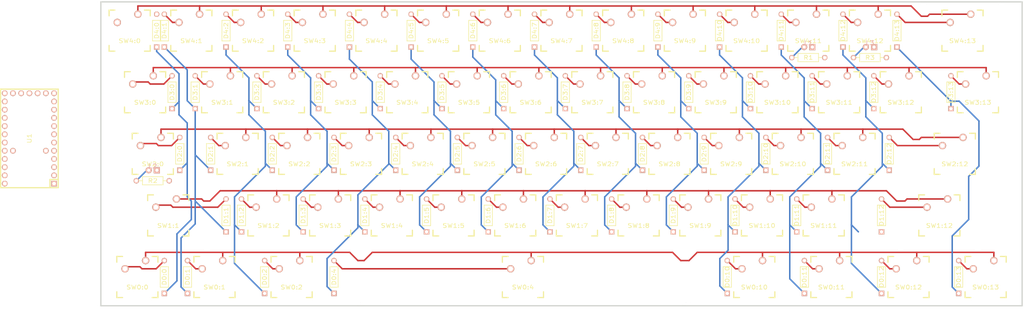
<source format=kicad_pcb>
(kicad_pcb (version 4) (host pcbnew 4.1.0-alpha+201607250105+6992~46~ubuntu16.04.1-product)
  (title_block (date "3 aug 2012"))
  (layers (0 Front signal) (31 Back signal) (34 B.Paste user) (35 F.Paste user) (36 B.SilkS user) (37 F.SilkS user) (38 B.Mask user) (39 F.Mask user) (44 Edge.Cuts user))
  (net 0 "")
  (net 1 /COL0)
  (net 2 /COL1)
  (net 3 /COL10)
  (net 4 /COL11)
  (net 5 /COL12)
  (net 6 /COL13)
  (net 7 /COL2)
  (net 8 /COL3)
  (net 9 /COL4)
  (net 10 /COL5)
  (net 11 /COL6)
  (net 12 /COL7)
  (net 13 /COL8)
  (net 14 /COL9)
  (net 15 /LED_A)
  (net 16 /LED_B)
  (net 17 /LED_C)
  (net 18 /ROW0)
  (net 19 /ROW1)
  (net 20 /ROW2)
  (net 21 /ROW3)
  (net 22 /ROW4)
  (net 23 GND)
  (net 24 VCC)
  (net 25 "Net-(D0:0-Pad1)")
  (net 26 "Net-(D0:1-Pad1)")
  (net 27 "Net-(D0:2-Pad1)")
  (net 28 "Net-(D0:10-Pad1)")
  (net 29 "Net-(D0:11-Pad1)")
  (net 30 "Net-(D0:12-Pad1)")
  (net 31 "Net-(D0:13-Pad1)")
  (net 32 "Net-(D1:2-Pad1)")
  (net 33 "Net-(D1:3-Pad1)")
  (net 34 "Net-(D1:4-Pad1)")
  (net 35 "Net-(D1:5-Pad1)")
  (net 36 "Net-(D1:6-Pad1)")
  (net 37 "Net-(D1:7-Pad1)")
  (net 38 "Net-(D1:8-Pad1)")
  (net 39 "Net-(D1:9-Pad1)")
  (net 40 "Net-(D1:10-Pad1)")
  (net 41 "Net-(D1:11-Pad1)")
  (net 42 "Net-(D2:0-Pad1)")
  (net 43 "Net-(D2:1-Pad1)")
  (net 44 "Net-(D2:2-Pad1)")
  (net 45 "Net-(D2:3-Pad1)")
  (net 46 "Net-(D2:4-Pad1)")
  (net 47 "Net-(D2:5-Pad1)")
  (net 48 "Net-(D2:6-Pad1)")
  (net 49 "Net-(D2:7-Pad1)")
  (net 50 "Net-(D2:8-Pad1)")
  (net 51 "Net-(D2:9-Pad1)")
  (net 52 "Net-(D2:10-Pad1)")
  (net 53 "Net-(D2:11-Pad1)")
  (net 54 "Net-(D3:0-Pad1)")
  (net 55 "Net-(D3:1-Pad1)")
  (net 56 "Net-(D3:2-Pad1)")
  (net 57 "Net-(D3:3-Pad1)")
  (net 58 "Net-(D3:4-Pad1)")
  (net 59 "Net-(D3:5-Pad1)")
  (net 60 "Net-(D3:6-Pad1)")
  (net 61 "Net-(D3:7-Pad1)")
  (net 62 "Net-(D3:8-Pad1)")
  (net 63 "Net-(D3:9-Pad1)")
  (net 64 "Net-(D3:10-Pad1)")
  (net 65 "Net-(D3:11-Pad1)")
  (net 66 "Net-(D3:12-Pad1)")
  (net 67 "Net-(D3:13-Pad1)")
  (net 68 "Net-(D4:0-Pad1)")
  (net 69 "Net-(D4:1-Pad1)")
  (net 70 "Net-(D4:2-Pad1)")
  (net 71 "Net-(D4:3-Pad1)")
  (net 72 "Net-(D4:4-Pad1)")
  (net 73 "Net-(D4:5-Pad1)")
  (net 74 "Net-(D4:6-Pad1)")
  (net 75 "Net-(D4:7-Pad1)")
  (net 76 "Net-(D4:8-Pad1)")
  (net 77 "Net-(D4:9-Pad1)")
  (net 78 "Net-(D4:10-Pad1)")
  (net 79 "Net-(D4:11-Pad1)")
  (net 80 "Net-(D4:12-Pad1)")
  (net 81 "Net-(D4:13-Pad1)")
  (net 82 "Net-(L1-Pad1)")
  (net 83 "Net-(L2-Pad1)")
  (net 84 "Net-(L3-Pad1)")
  (net 85 "Net-(U1-Pad16)")
  (net 86 "Net-(U1-Pad20)")
  (net 87 "Net-(U1-Pad21)")
  (net 88 "Net-(U1-Pad22)")
  (net 89 "Net-(U1-Pad30)")
  (net 90 "Net-(D0:4-Pad1)")
  (net 91 "Net-(D1:1-Pad1)")
  (net 92 "Net-(D1:12-Pad1)")
  (net 93 "Net-(D1:12-Pad2)")
  (net 94 "Net-(D2:12-Pad1)")
  (net 95 "Net-(D2:12-Pad2)")
  (module footprints:CHERRY_MX_LED (layer Front) (at 260.35 50.8)
    (fp_text reference L1 (at 0 3.81) (layer B.SilkS) (effects (font (size 1.27 1.524) (thickness 0.2032))))
    (fp_text value LED_A hide)
    (pad 1 thru_hole circle (at -1.27 5.08) (size 1.905 1.905) (drill 0.9906) (layers *.Cu *.SilkS *.Mask) (net 82 "Net-(L1-Pad1)"))
    (pad 2 thru_hole rect (at 1.27 5.08) (size 1.905 1.905) (drill 0.9906) (layers *.Cu *.SilkS *.Mask) (net 23 GND))
  )
  (module footprints:CHERRY_MX_LED (layer Front) (at 57.94375 88.9)
    (fp_text reference L2 (at 0 3.81) (layer B.SilkS) (effects (font (size 1.27 1.524) (thickness 0.2032))))
    (fp_text value LED_B hide)
    (pad 1 thru_hole circle (at -1.27 5.08) (size 1.905 1.905) (drill 0.9906) (layers *.Cu *.SilkS *.Mask) (net 83 "Net-(L2-Pad1)"))
    (pad 2 thru_hole rect (at 1.27 5.08) (size 1.905 1.905) (drill 0.9906) (layers *.Cu *.SilkS *.Mask) (net 23 GND))
  )
  (module footprints:CHERRY_MX_LED (layer Front) (at 279.4 50.8)
    (fp_text reference L3 (at 0 3.81) (layer B.SilkS) (effects (font (size 1.27 1.524) (thickness 0.2032))))
    (fp_text value LED_C hide)
    (pad 1 thru_hole circle (at -1.27 5.08) (size 1.905 1.905) (drill 0.9906) (layers *.Cu *.SilkS *.Mask) (net 84 "Net-(L3-Pad1)"))
    (pad 2 thru_hole rect (at 1.27 5.08) (size 1.905 1.905) (drill 0.9906) (layers *.Cu *.SilkS *.Mask) (net 23 GND))
  )
  (module footprints:RESISTOR (layer Front) (at 260.35 59.134375)
    (fp_text reference R1 (at 0 0) (layer F.SilkS) (effects (font (size 1.27 1.524) (thickness 0.2032))))
    (fp_text value R_A hide)
    (pad 1 thru_hole circle (at -5.08 0) (size 1.651 1.651) (drill 0.9906) (layers *.Cu *.SilkS *.Mask) (net 82 "Net-(L1-Pad1)"))
    (pad 2 thru_hole circle (at 5.08 0) (size 1.651 1.651) (drill 0.9906) (layers *.Cu *.SilkS *.Mask) (net 15 /LED_A))
  )
  (module footprints:RESISTOR (layer Front) (at 57.94375 97.234375)
    (fp_text reference R2 (at 0 0) (layer F.SilkS) (effects (font (size 1.27 1.524) (thickness 0.2032))))
    (fp_text value R_B hide)
    (pad 1 thru_hole circle (at -5.08 0) (size 1.651 1.651) (drill 0.9906) (layers *.Cu *.SilkS *.Mask) (net 83 "Net-(L2-Pad1)"))
    (pad 2 thru_hole circle (at 5.08 0) (size 1.651 1.651) (drill 0.9906) (layers *.Cu *.SilkS *.Mask) (net 16 /LED_B))
  )
  (module footprints:RESISTOR (layer Front) (at 279.4 59.134375)
    (fp_text reference R3 (at 0 0) (layer F.SilkS) (effects (font (size 1.27 1.524) (thickness 0.2032))))
    (fp_text value R_C hide)
    (pad 1 thru_hole circle (at -5.08 0) (size 1.651 1.651) (drill 0.9906) (layers *.Cu *.SilkS *.Mask) (net 84 "Net-(L3-Pad1)"))
    (pad 2 thru_hole circle (at 5.08 0) (size 1.651 1.651) (drill 0.9906) (layers *.Cu *.SilkS *.Mask) (net 17 /LED_C))
  )
  (module footprints:CHERRY_PCB_125H (layer Front) (at 53.18125 127)
    (fp_text reference SW0:0 (at 0 3.175) (layer F.SilkS) (effects (font (size 1.27 1.524) (thickness 0.2032))))
    (fp_text value CTRL hide)
    (pad 1 thru_hole circle (at 2.54 -5.08) (size 2.286 2.286) (drill 1.4986) (layers *.Cu *.SilkS *.Mask) (net 18 /ROW0))
    (pad 2 thru_hole circle (at -3.81 -2.54) (size 2.286 2.286) (drill 1.4986) (layers *.Cu *.SilkS *.Mask) (net 25 "Net-(D0:0-Pad1)"))
    (pad HOLE np_thru_hole circle (at 0 0) (size 3.9878 3.9878) (drill 3.9878) (layers *.Cu))
    (pad HOLE np_thru_hole circle (at -5.08 0) (size 1.7018 1.7018) (drill 1.7018) (layers *.Cu))
    (pad HOLE np_thru_hole circle (at 5.08 0) (size 1.7018 1.7018) (drill 1.7018) (layers *.Cu))
  )
  (module footprints:CHERRY_PCB_125H (layer Front) (at 76.99375 127)
    (fp_text reference SW0:1 (at 0 3.175) (layer F.SilkS) (effects (font (size 1.27 1.524) (thickness 0.2032))))
    (fp_text value SUPER hide)
    (pad 1 thru_hole circle (at 2.54 -5.08) (size 2.286 2.286) (drill 1.4986) (layers *.Cu *.SilkS *.Mask) (net 18 /ROW0))
    (pad 2 thru_hole circle (at -3.81 -2.54) (size 2.286 2.286) (drill 1.4986) (layers *.Cu *.SilkS *.Mask) (net 26 "Net-(D0:1-Pad1)"))
    (pad HOLE np_thru_hole circle (at 0 0) (size 3.9878 3.9878) (drill 3.9878) (layers *.Cu))
    (pad HOLE np_thru_hole circle (at -5.08 0) (size 1.7018 1.7018) (drill 1.7018) (layers *.Cu))
    (pad HOLE np_thru_hole circle (at 5.08 0) (size 1.7018 1.7018) (drill 1.7018) (layers *.Cu))
  )
  (module footprints:CHERRY_PCB_125H (layer Front) (at 100.80625 127)
    (fp_text reference SW0:2 (at 0 3.175) (layer F.SilkS) (effects (font (size 1.27 1.524) (thickness 0.2032))))
    (fp_text value ALT hide)
    (pad 1 thru_hole circle (at 2.54 -5.08) (size 2.286 2.286) (drill 1.4986) (layers *.Cu *.SilkS *.Mask) (net 18 /ROW0))
    (pad 2 thru_hole circle (at -3.81 -2.54) (size 2.286 2.286) (drill 1.4986) (layers *.Cu *.SilkS *.Mask) (net 27 "Net-(D0:2-Pad1)"))
    (pad HOLE np_thru_hole circle (at 0 0) (size 3.9878 3.9878) (drill 3.9878) (layers *.Cu))
    (pad HOLE np_thru_hole circle (at -5.08 0) (size 1.7018 1.7018) (drill 1.7018) (layers *.Cu))
    (pad HOLE np_thru_hole circle (at 5.08 0) (size 1.7018 1.7018) (drill 1.7018) (layers *.Cu))
  )
  (module footprints:CHERRY_PCB_125H (layer Front) (at 243.68125 127)
    (fp_text reference SW0:10 (at 0 3.175) (layer F.SilkS) (effects (font (size 1.27 1.524) (thickness 0.2032))))
    (fp_text value ALT hide)
    (pad 1 thru_hole circle (at 2.54 -5.08) (size 2.286 2.286) (drill 1.4986) (layers *.Cu *.SilkS *.Mask) (net 18 /ROW0))
    (pad 2 thru_hole circle (at -3.81 -2.54) (size 2.286 2.286) (drill 1.4986) (layers *.Cu *.SilkS *.Mask) (net 28 "Net-(D0:10-Pad1)"))
    (pad HOLE np_thru_hole circle (at 0 0) (size 3.9878 3.9878) (drill 3.9878) (layers *.Cu))
    (pad HOLE np_thru_hole circle (at -5.08 0) (size 1.7018 1.7018) (drill 1.7018) (layers *.Cu))
    (pad HOLE np_thru_hole circle (at 5.08 0) (size 1.7018 1.7018) (drill 1.7018) (layers *.Cu))
  )
  (module footprints:CHERRY_PCB_125H (layer Front) (at 267.49375 127)
    (fp_text reference SW0:11 (at 0 3.175) (layer F.SilkS) (effects (font (size 1.27 1.524) (thickness 0.2032))))
    (fp_text value MENU hide)
    (pad 1 thru_hole circle (at 2.54 -5.08) (size 2.286 2.286) (drill 1.4986) (layers *.Cu *.SilkS *.Mask) (net 18 /ROW0))
    (pad 2 thru_hole circle (at -3.81 -2.54) (size 2.286 2.286) (drill 1.4986) (layers *.Cu *.SilkS *.Mask) (net 29 "Net-(D0:11-Pad1)"))
    (pad HOLE np_thru_hole circle (at 0 0) (size 3.9878 3.9878) (drill 3.9878) (layers *.Cu))
    (pad HOLE np_thru_hole circle (at -5.08 0) (size 1.7018 1.7018) (drill 1.7018) (layers *.Cu))
    (pad HOLE np_thru_hole circle (at 5.08 0) (size 1.7018 1.7018) (drill 1.7018) (layers *.Cu))
  )
  (module footprints:CHERRY_PCB_125H (layer Front) (at 291.30625 127)
    (fp_text reference SW0:12 (at 0 3.175) (layer F.SilkS) (effects (font (size 1.27 1.524) (thickness 0.2032))))
    (fp_text value SUPER hide)
    (pad 1 thru_hole circle (at 2.54 -5.08) (size 2.286 2.286) (drill 1.4986) (layers *.Cu *.SilkS *.Mask) (net 18 /ROW0))
    (pad 2 thru_hole circle (at -3.81 -2.54) (size 2.286 2.286) (drill 1.4986) (layers *.Cu *.SilkS *.Mask) (net 30 "Net-(D0:12-Pad1)"))
    (pad HOLE np_thru_hole circle (at 0 0) (size 3.9878 3.9878) (drill 3.9878) (layers *.Cu))
    (pad HOLE np_thru_hole circle (at -5.08 0) (size 1.7018 1.7018) (drill 1.7018) (layers *.Cu))
    (pad HOLE np_thru_hole circle (at 5.08 0) (size 1.7018 1.7018) (drill 1.7018) (layers *.Cu))
  )
  (module footprints:CHERRY_PCB_125H (layer Front) (at 315.11875 127)
    (fp_text reference SW0:13 (at 0 3.175) (layer F.SilkS) (effects (font (size 1.27 1.524) (thickness 0.2032))))
    (fp_text value CTRL hide)
    (pad 1 thru_hole circle (at 2.54 -5.08) (size 2.286 2.286) (drill 1.4986) (layers *.Cu *.SilkS *.Mask) (net 18 /ROW0))
    (pad 2 thru_hole circle (at -3.81 -2.54) (size 2.286 2.286) (drill 1.4986) (layers *.Cu *.SilkS *.Mask) (net 31 "Net-(D0:13-Pad1)"))
    (pad HOLE np_thru_hole circle (at 0 0) (size 3.9878 3.9878) (drill 3.9878) (layers *.Cu))
    (pad HOLE np_thru_hole circle (at -5.08 0) (size 1.7018 1.7018) (drill 1.7018) (layers *.Cu))
    (pad HOLE np_thru_hole circle (at 5.08 0) (size 1.7018 1.7018) (drill 1.7018) (layers *.Cu))
  )
  (module footprints:CHERRY_PCB_225H (layer Front) (at 62.70625 107.95)
    (fp_text reference SW1:1 (at 0 3.175) (layer F.SilkS) (effects (font (size 1.27 1.524) (thickness 0.2032))))
    (fp_text value SHIFT hide)
    (pad 1 thru_hole circle (at 2.54 -5.08) (size 2.286 2.286) (drill 1.4986) (layers *.Cu *.SilkS *.Mask) (net 19 /ROW1))
    (pad 2 thru_hole circle (at -3.81 -2.54) (size 2.286 2.286) (drill 1.4986) (layers *.Cu *.SilkS *.Mask) (net 91 "Net-(D1:1-Pad1)"))
    (pad HOLE np_thru_hole circle (at 0 0) (size 3.9878 3.9878) (drill 3.9878) (layers *.Cu))
    (pad HOLE np_thru_hole circle (at -5.08 0) (size 1.7018 1.7018) (drill 1.7018) (layers *.Cu))
    (pad HOLE np_thru_hole circle (at 5.08 0) (size 1.7018 1.7018) (drill 1.7018) (layers *.Cu))
    (pad HOLE np_thru_hole circle (at -11.938 -6.985) (size 3.048 3.048) (drill 3.048) (layers *.Cu))
    (pad HOLE np_thru_hole circle (at 11.938 -6.985) (size 3.048 3.048) (drill 3.048) (layers *.Cu))
    (pad HOLE np_thru_hole circle (at -11.938 8.255) (size 3.9878 3.9878) (drill 3.9878) (layers *.Cu))
    (pad HOLE np_thru_hole circle (at 11.938 8.255) (size 3.9878 3.9878) (drill 3.9878) (layers *.Cu))
  )
  (module footprints:CHERRY_PCB_100H (layer Front) (at 93.6625 107.95)
    (fp_text reference SW1:2 (at 0 3.175) (layer F.SilkS) (effects (font (size 1.27 1.524) (thickness 0.2032))))
    (fp_text value Z hide)
    (pad 1 thru_hole circle (at 2.54 -5.08) (size 2.286 2.286) (drill 1.4986) (layers *.Cu *.SilkS *.Mask) (net 19 /ROW1))
    (pad 2 thru_hole circle (at -3.81 -2.54) (size 2.286 2.286) (drill 1.4986) (layers *.Cu *.SilkS *.Mask) (net 32 "Net-(D1:2-Pad1)"))
    (pad HOLE np_thru_hole circle (at 0 0) (size 3.9878 3.9878) (drill 3.9878) (layers *.Cu))
    (pad HOLE np_thru_hole circle (at -5.08 0) (size 1.7018 1.7018) (drill 1.7018) (layers *.Cu))
    (pad HOLE np_thru_hole circle (at 5.08 0) (size 1.7018 1.7018) (drill 1.7018) (layers *.Cu))
  )
  (module footprints:CHERRY_PCB_100H (layer Front) (at 112.7125 107.95)
    (fp_text reference SW1:3 (at 0 3.175) (layer F.SilkS) (effects (font (size 1.27 1.524) (thickness 0.2032))))
    (fp_text value X hide)
    (pad 1 thru_hole circle (at 2.54 -5.08) (size 2.286 2.286) (drill 1.4986) (layers *.Cu *.SilkS *.Mask) (net 19 /ROW1))
    (pad 2 thru_hole circle (at -3.81 -2.54) (size 2.286 2.286) (drill 1.4986) (layers *.Cu *.SilkS *.Mask) (net 33 "Net-(D1:3-Pad1)"))
    (pad HOLE np_thru_hole circle (at 0 0) (size 3.9878 3.9878) (drill 3.9878) (layers *.Cu))
    (pad HOLE np_thru_hole circle (at -5.08 0) (size 1.7018 1.7018) (drill 1.7018) (layers *.Cu))
    (pad HOLE np_thru_hole circle (at 5.08 0) (size 1.7018 1.7018) (drill 1.7018) (layers *.Cu))
  )
  (module footprints:CHERRY_PCB_100H (layer Front) (at 131.7625 107.95)
    (fp_text reference SW1:4 (at 0 3.175) (layer F.SilkS) (effects (font (size 1.27 1.524) (thickness 0.2032))))
    (fp_text value C hide)
    (pad 1 thru_hole circle (at 2.54 -5.08) (size 2.286 2.286) (drill 1.4986) (layers *.Cu *.SilkS *.Mask) (net 19 /ROW1))
    (pad 2 thru_hole circle (at -3.81 -2.54) (size 2.286 2.286) (drill 1.4986) (layers *.Cu *.SilkS *.Mask) (net 34 "Net-(D1:4-Pad1)"))
    (pad HOLE np_thru_hole circle (at 0 0) (size 3.9878 3.9878) (drill 3.9878) (layers *.Cu))
    (pad HOLE np_thru_hole circle (at -5.08 0) (size 1.7018 1.7018) (drill 1.7018) (layers *.Cu))
    (pad HOLE np_thru_hole circle (at 5.08 0) (size 1.7018 1.7018) (drill 1.7018) (layers *.Cu))
  )
  (module footprints:CHERRY_PCB_100H (layer Front) (at 150.8125 107.95)
    (fp_text reference SW1:5 (at 0 3.175) (layer F.SilkS) (effects (font (size 1.27 1.524) (thickness 0.2032))))
    (fp_text value V hide)
    (pad 1 thru_hole circle (at 2.54 -5.08) (size 2.286 2.286) (drill 1.4986) (layers *.Cu *.SilkS *.Mask) (net 19 /ROW1))
    (pad 2 thru_hole circle (at -3.81 -2.54) (size 2.286 2.286) (drill 1.4986) (layers *.Cu *.SilkS *.Mask) (net 35 "Net-(D1:5-Pad1)"))
    (pad HOLE np_thru_hole circle (at 0 0) (size 3.9878 3.9878) (drill 3.9878) (layers *.Cu))
    (pad HOLE np_thru_hole circle (at -5.08 0) (size 1.7018 1.7018) (drill 1.7018) (layers *.Cu))
    (pad HOLE np_thru_hole circle (at 5.08 0) (size 1.7018 1.7018) (drill 1.7018) (layers *.Cu))
  )
  (module footprints:CHERRY_PCB_100H (layer Front) (at 169.8625 107.95)
    (fp_text reference SW1:6 (at 0 3.175) (layer F.SilkS) (effects (font (size 1.27 1.524) (thickness 0.2032))))
    (fp_text value B hide)
    (pad 1 thru_hole circle (at 2.54 -5.08) (size 2.286 2.286) (drill 1.4986) (layers *.Cu *.SilkS *.Mask) (net 19 /ROW1))
    (pad 2 thru_hole circle (at -3.81 -2.54) (size 2.286 2.286) (drill 1.4986) (layers *.Cu *.SilkS *.Mask) (net 36 "Net-(D1:6-Pad1)"))
    (pad HOLE np_thru_hole circle (at 0 0) (size 3.9878 3.9878) (drill 3.9878) (layers *.Cu))
    (pad HOLE np_thru_hole circle (at -5.08 0) (size 1.7018 1.7018) (drill 1.7018) (layers *.Cu))
    (pad HOLE np_thru_hole circle (at 5.08 0) (size 1.7018 1.7018) (drill 1.7018) (layers *.Cu))
  )
  (module footprints:CHERRY_PCB_100H (layer Front) (at 188.9125 107.95)
    (fp_text reference SW1:7 (at 0 3.175) (layer F.SilkS) (effects (font (size 1.27 1.524) (thickness 0.2032))))
    (fp_text value N hide)
    (pad 1 thru_hole circle (at 2.54 -5.08) (size 2.286 2.286) (drill 1.4986) (layers *.Cu *.SilkS *.Mask) (net 19 /ROW1))
    (pad 2 thru_hole circle (at -3.81 -2.54) (size 2.286 2.286) (drill 1.4986) (layers *.Cu *.SilkS *.Mask) (net 37 "Net-(D1:7-Pad1)"))
    (pad HOLE np_thru_hole circle (at 0 0) (size 3.9878 3.9878) (drill 3.9878) (layers *.Cu))
    (pad HOLE np_thru_hole circle (at -5.08 0) (size 1.7018 1.7018) (drill 1.7018) (layers *.Cu))
    (pad HOLE np_thru_hole circle (at 5.08 0) (size 1.7018 1.7018) (drill 1.7018) (layers *.Cu))
  )
  (module footprints:CHERRY_PCB_100H (layer Front) (at 207.9625 107.95)
    (fp_text reference SW1:8 (at 0 3.175) (layer F.SilkS) (effects (font (size 1.27 1.524) (thickness 0.2032))))
    (fp_text value M hide)
    (pad 1 thru_hole circle (at 2.54 -5.08) (size 2.286 2.286) (drill 1.4986) (layers *.Cu *.SilkS *.Mask) (net 19 /ROW1))
    (pad 2 thru_hole circle (at -3.81 -2.54) (size 2.286 2.286) (drill 1.4986) (layers *.Cu *.SilkS *.Mask) (net 38 "Net-(D1:8-Pad1)"))
    (pad HOLE np_thru_hole circle (at 0 0) (size 3.9878 3.9878) (drill 3.9878) (layers *.Cu))
    (pad HOLE np_thru_hole circle (at -5.08 0) (size 1.7018 1.7018) (drill 1.7018) (layers *.Cu))
    (pad HOLE np_thru_hole circle (at 5.08 0) (size 1.7018 1.7018) (drill 1.7018) (layers *.Cu))
  )
  (module footprints:CHERRY_PCB_100H (layer Front) (at 227.0125 107.95)
    (fp_text reference SW1:9 (at 0 3.175) (layer F.SilkS) (effects (font (size 1.27 1.524) (thickness 0.2032))))
    (fp_text value , hide)
    (pad 1 thru_hole circle (at 2.54 -5.08) (size 2.286 2.286) (drill 1.4986) (layers *.Cu *.SilkS *.Mask) (net 19 /ROW1))
    (pad 2 thru_hole circle (at -3.81 -2.54) (size 2.286 2.286) (drill 1.4986) (layers *.Cu *.SilkS *.Mask) (net 39 "Net-(D1:9-Pad1)"))
    (pad HOLE np_thru_hole circle (at 0 0) (size 3.9878 3.9878) (drill 3.9878) (layers *.Cu))
    (pad HOLE np_thru_hole circle (at -5.08 0) (size 1.7018 1.7018) (drill 1.7018) (layers *.Cu))
    (pad HOLE np_thru_hole circle (at 5.08 0) (size 1.7018 1.7018) (drill 1.7018) (layers *.Cu))
  )
  (module footprints:CHERRY_PCB_100H (layer Front) (at 246.0625 107.95)
    (fp_text reference SW1:10 (at 0 3.175) (layer F.SilkS) (effects (font (size 1.27 1.524) (thickness 0.2032))))
    (fp_text value . hide)
    (pad 1 thru_hole circle (at 2.54 -5.08) (size 2.286 2.286) (drill 1.4986) (layers *.Cu *.SilkS *.Mask) (net 19 /ROW1))
    (pad 2 thru_hole circle (at -3.81 -2.54) (size 2.286 2.286) (drill 1.4986) (layers *.Cu *.SilkS *.Mask) (net 40 "Net-(D1:10-Pad1)"))
    (pad HOLE np_thru_hole circle (at 0 0) (size 3.9878 3.9878) (drill 3.9878) (layers *.Cu))
    (pad HOLE np_thru_hole circle (at -5.08 0) (size 1.7018 1.7018) (drill 1.7018) (layers *.Cu))
    (pad HOLE np_thru_hole circle (at 5.08 0) (size 1.7018 1.7018) (drill 1.7018) (layers *.Cu))
  )
  (module footprints:CHERRY_PCB_100H (layer Front) (at 265.1125 107.95)
    (fp_text reference SW1:11 (at 0 3.175) (layer F.SilkS) (effects (font (size 1.27 1.524) (thickness 0.2032))))
    (fp_text value ? hide)
    (pad 1 thru_hole circle (at 2.54 -5.08) (size 2.286 2.286) (drill 1.4986) (layers *.Cu *.SilkS *.Mask) (net 19 /ROW1))
    (pad 2 thru_hole circle (at -3.81 -2.54) (size 2.286 2.286) (drill 1.4986) (layers *.Cu *.SilkS *.Mask) (net 41 "Net-(D1:11-Pad1)"))
    (pad HOLE np_thru_hole circle (at 0 0) (size 3.9878 3.9878) (drill 3.9878) (layers *.Cu))
    (pad HOLE np_thru_hole circle (at -5.08 0) (size 1.7018 1.7018) (drill 1.7018) (layers *.Cu))
    (pad HOLE np_thru_hole circle (at 5.08 0) (size 1.7018 1.7018) (drill 1.7018) (layers *.Cu))
  )
  (module footprints:CHERRY_PCB_275H (layer Front) (at 300.83125 107.95)
    (fp_text reference SW1:12 (at 0 3.175) (layer F.SilkS) (effects (font (size 1.27 1.524) (thickness 0.2032))))
    (fp_text value SHIFT hide)
    (pad 1 thru_hole circle (at 2.54 -5.08) (size 2.286 2.286) (drill 1.4986) (layers *.Cu *.SilkS *.Mask) (net 19 /ROW1))
    (pad 2 thru_hole circle (at -3.81 -2.54) (size 2.286 2.286) (drill 1.4986) (layers *.Cu *.SilkS *.Mask) (net 92 "Net-(D1:12-Pad1)"))
    (pad HOLE np_thru_hole circle (at 0 0) (size 3.9878 3.9878) (drill 3.9878) (layers *.Cu))
    (pad HOLE np_thru_hole circle (at -5.08 0) (size 1.7018 1.7018) (drill 1.7018) (layers *.Cu))
    (pad HOLE np_thru_hole circle (at 5.08 0) (size 1.7018 1.7018) (drill 1.7018) (layers *.Cu))
    (pad HOLE np_thru_hole circle (at -11.938 -6.985) (size 3.048 3.048) (drill 3.048) (layers *.Cu))
    (pad HOLE np_thru_hole circle (at 11.938 -6.985) (size 3.048 3.048) (drill 3.048) (layers *.Cu))
    (pad HOLE np_thru_hole circle (at -11.938 8.255) (size 3.9878 3.9878) (drill 3.9878) (layers *.Cu))
    (pad HOLE np_thru_hole circle (at 11.938 8.255) (size 3.9878 3.9878) (drill 3.9878) (layers *.Cu))
  )
  (module footprints:CHERRY_PCB_175H (layer Front) (at 57.94375 88.9)
    (fp_text reference SW2:0 (at 0 3.175) (layer F.SilkS) (effects (font (size 1.27 1.524) (thickness 0.2032))))
    (fp_text value CAPS hide)
    (pad 1 thru_hole circle (at 2.54 -5.08) (size 2.286 2.286) (drill 1.4986) (layers *.Cu *.SilkS *.Mask) (net 20 /ROW2))
    (pad 2 thru_hole circle (at -3.81 -2.54) (size 2.286 2.286) (drill 1.4986) (layers *.Cu *.SilkS *.Mask) (net 42 "Net-(D2:0-Pad1)"))
    (pad HOLE np_thru_hole circle (at 0 0) (size 3.9878 3.9878) (drill 3.9878) (layers *.Cu))
    (pad HOLE np_thru_hole circle (at -5.08 0) (size 1.7018 1.7018) (drill 1.7018) (layers *.Cu))
    (pad HOLE np_thru_hole circle (at 5.08 0) (size 1.7018 1.7018) (drill 1.7018) (layers *.Cu))
  )
  (module footprints:CHERRY_PCB_100H (layer Front) (at 84.1375 88.9)
    (fp_text reference SW2:1 (at 0 3.175) (layer F.SilkS) (effects (font (size 1.27 1.524) (thickness 0.2032))))
    (fp_text value A hide)
    (pad 1 thru_hole circle (at 2.54 -5.08) (size 2.286 2.286) (drill 1.4986) (layers *.Cu *.SilkS *.Mask) (net 20 /ROW2))
    (pad 2 thru_hole circle (at -3.81 -2.54) (size 2.286 2.286) (drill 1.4986) (layers *.Cu *.SilkS *.Mask) (net 43 "Net-(D2:1-Pad1)"))
    (pad HOLE np_thru_hole circle (at 0 0) (size 3.9878 3.9878) (drill 3.9878) (layers *.Cu))
    (pad HOLE np_thru_hole circle (at -5.08 0) (size 1.7018 1.7018) (drill 1.7018) (layers *.Cu))
    (pad HOLE np_thru_hole circle (at 5.08 0) (size 1.7018 1.7018) (drill 1.7018) (layers *.Cu))
  )
  (module footprints:CHERRY_PCB_100H (layer Front) (at 103.1875 88.9)
    (fp_text reference SW2:2 (at 0 3.175) (layer F.SilkS) (effects (font (size 1.27 1.524) (thickness 0.2032))))
    (fp_text value S hide)
    (pad 1 thru_hole circle (at 2.54 -5.08) (size 2.286 2.286) (drill 1.4986) (layers *.Cu *.SilkS *.Mask) (net 20 /ROW2))
    (pad 2 thru_hole circle (at -3.81 -2.54) (size 2.286 2.286) (drill 1.4986) (layers *.Cu *.SilkS *.Mask) (net 44 "Net-(D2:2-Pad1)"))
    (pad HOLE np_thru_hole circle (at 0 0) (size 3.9878 3.9878) (drill 3.9878) (layers *.Cu))
    (pad HOLE np_thru_hole circle (at -5.08 0) (size 1.7018 1.7018) (drill 1.7018) (layers *.Cu))
    (pad HOLE np_thru_hole circle (at 5.08 0) (size 1.7018 1.7018) (drill 1.7018) (layers *.Cu))
  )
  (module footprints:CHERRY_PCB_100H (layer Front) (at 122.2375 88.9)
    (fp_text reference SW2:3 (at 0 3.175) (layer F.SilkS) (effects (font (size 1.27 1.524) (thickness 0.2032))))
    (fp_text value D hide)
    (pad 1 thru_hole circle (at 2.54 -5.08) (size 2.286 2.286) (drill 1.4986) (layers *.Cu *.SilkS *.Mask) (net 20 /ROW2))
    (pad 2 thru_hole circle (at -3.81 -2.54) (size 2.286 2.286) (drill 1.4986) (layers *.Cu *.SilkS *.Mask) (net 45 "Net-(D2:3-Pad1)"))
    (pad HOLE np_thru_hole circle (at 0 0) (size 3.9878 3.9878) (drill 3.9878) (layers *.Cu))
    (pad HOLE np_thru_hole circle (at -5.08 0) (size 1.7018 1.7018) (drill 1.7018) (layers *.Cu))
    (pad HOLE np_thru_hole circle (at 5.08 0) (size 1.7018 1.7018) (drill 1.7018) (layers *.Cu))
  )
  (module footprints:CHERRY_PCB_100H (layer Front) (at 141.2875 88.9)
    (fp_text reference SW2:4 (at 0 3.175) (layer F.SilkS) (effects (font (size 1.27 1.524) (thickness 0.2032))))
    (fp_text value F hide)
    (pad 1 thru_hole circle (at 2.54 -5.08) (size 2.286 2.286) (drill 1.4986) (layers *.Cu *.SilkS *.Mask) (net 20 /ROW2))
    (pad 2 thru_hole circle (at -3.81 -2.54) (size 2.286 2.286) (drill 1.4986) (layers *.Cu *.SilkS *.Mask) (net 46 "Net-(D2:4-Pad1)"))
    (pad HOLE np_thru_hole circle (at 0 0) (size 3.9878 3.9878) (drill 3.9878) (layers *.Cu))
    (pad HOLE np_thru_hole circle (at -5.08 0) (size 1.7018 1.7018) (drill 1.7018) (layers *.Cu))
    (pad HOLE np_thru_hole circle (at 5.08 0) (size 1.7018 1.7018) (drill 1.7018) (layers *.Cu))
  )
  (module footprints:CHERRY_PCB_100H (layer Front) (at 160.3375 88.9)
    (fp_text reference SW2:5 (at 0 3.175) (layer F.SilkS) (effects (font (size 1.27 1.524) (thickness 0.2032))))
    (fp_text value G hide)
    (pad 1 thru_hole circle (at 2.54 -5.08) (size 2.286 2.286) (drill 1.4986) (layers *.Cu *.SilkS *.Mask) (net 20 /ROW2))
    (pad 2 thru_hole circle (at -3.81 -2.54) (size 2.286 2.286) (drill 1.4986) (layers *.Cu *.SilkS *.Mask) (net 47 "Net-(D2:5-Pad1)"))
    (pad HOLE np_thru_hole circle (at 0 0) (size 3.9878 3.9878) (drill 3.9878) (layers *.Cu))
    (pad HOLE np_thru_hole circle (at -5.08 0) (size 1.7018 1.7018) (drill 1.7018) (layers *.Cu))
    (pad HOLE np_thru_hole circle (at 5.08 0) (size 1.7018 1.7018) (drill 1.7018) (layers *.Cu))
  )
  (module footprints:CHERRY_PCB_100H (layer Front) (at 179.3875 88.9)
    (fp_text reference SW2:6 (at 0 3.175) (layer F.SilkS) (effects (font (size 1.27 1.524) (thickness 0.2032))))
    (fp_text value H hide)
    (pad 1 thru_hole circle (at 2.54 -5.08) (size 2.286 2.286) (drill 1.4986) (layers *.Cu *.SilkS *.Mask) (net 20 /ROW2))
    (pad 2 thru_hole circle (at -3.81 -2.54) (size 2.286 2.286) (drill 1.4986) (layers *.Cu *.SilkS *.Mask) (net 48 "Net-(D2:6-Pad1)"))
    (pad HOLE np_thru_hole circle (at 0 0) (size 3.9878 3.9878) (drill 3.9878) (layers *.Cu))
    (pad HOLE np_thru_hole circle (at -5.08 0) (size 1.7018 1.7018) (drill 1.7018) (layers *.Cu))
    (pad HOLE np_thru_hole circle (at 5.08 0) (size 1.7018 1.7018) (drill 1.7018) (layers *.Cu))
  )
  (module footprints:CHERRY_PCB_100H (layer Front) (at 198.4375 88.9)
    (fp_text reference SW2:7 (at 0 3.175) (layer F.SilkS) (effects (font (size 1.27 1.524) (thickness 0.2032))))
    (fp_text value J hide)
    (pad 1 thru_hole circle (at 2.54 -5.08) (size 2.286 2.286) (drill 1.4986) (layers *.Cu *.SilkS *.Mask) (net 20 /ROW2))
    (pad 2 thru_hole circle (at -3.81 -2.54) (size 2.286 2.286) (drill 1.4986) (layers *.Cu *.SilkS *.Mask) (net 49 "Net-(D2:7-Pad1)"))
    (pad HOLE np_thru_hole circle (at 0 0) (size 3.9878 3.9878) (drill 3.9878) (layers *.Cu))
    (pad HOLE np_thru_hole circle (at -5.08 0) (size 1.7018 1.7018) (drill 1.7018) (layers *.Cu))
    (pad HOLE np_thru_hole circle (at 5.08 0) (size 1.7018 1.7018) (drill 1.7018) (layers *.Cu))
  )
  (module footprints:CHERRY_PCB_100H (layer Front) (at 217.4875 88.9)
    (fp_text reference SW2:8 (at 0 3.175) (layer F.SilkS) (effects (font (size 1.27 1.524) (thickness 0.2032))))
    (fp_text value K hide)
    (pad 1 thru_hole circle (at 2.54 -5.08) (size 2.286 2.286) (drill 1.4986) (layers *.Cu *.SilkS *.Mask) (net 20 /ROW2))
    (pad 2 thru_hole circle (at -3.81 -2.54) (size 2.286 2.286) (drill 1.4986) (layers *.Cu *.SilkS *.Mask) (net 50 "Net-(D2:8-Pad1)"))
    (pad HOLE np_thru_hole circle (at 0 0) (size 3.9878 3.9878) (drill 3.9878) (layers *.Cu))
    (pad HOLE np_thru_hole circle (at -5.08 0) (size 1.7018 1.7018) (drill 1.7018) (layers *.Cu))
    (pad HOLE np_thru_hole circle (at 5.08 0) (size 1.7018 1.7018) (drill 1.7018) (layers *.Cu))
  )
  (module footprints:CHERRY_PCB_100H (layer Front) (at 236.5375 88.9)
    (fp_text reference SW2:9 (at 0 3.175) (layer F.SilkS) (effects (font (size 1.27 1.524) (thickness 0.2032))))
    (fp_text value L hide)
    (pad 1 thru_hole circle (at 2.54 -5.08) (size 2.286 2.286) (drill 1.4986) (layers *.Cu *.SilkS *.Mask) (net 20 /ROW2))
    (pad 2 thru_hole circle (at -3.81 -2.54) (size 2.286 2.286) (drill 1.4986) (layers *.Cu *.SilkS *.Mask) (net 51 "Net-(D2:9-Pad1)"))
    (pad HOLE np_thru_hole circle (at 0 0) (size 3.9878 3.9878) (drill 3.9878) (layers *.Cu))
    (pad HOLE np_thru_hole circle (at -5.08 0) (size 1.7018 1.7018) (drill 1.7018) (layers *.Cu))
    (pad HOLE np_thru_hole circle (at 5.08 0) (size 1.7018 1.7018) (drill 1.7018) (layers *.Cu))
  )
  (module footprints:CHERRY_PCB_100H (layer Front) (at 255.5875 88.9)
    (fp_text reference SW2:10 (at 0 3.175) (layer F.SilkS) (effects (font (size 1.27 1.524) (thickness 0.2032))))
    (fp_text value ; hide)
    (pad 1 thru_hole circle (at 2.54 -5.08) (size 2.286 2.286) (drill 1.4986) (layers *.Cu *.SilkS *.Mask) (net 20 /ROW2))
    (pad 2 thru_hole circle (at -3.81 -2.54) (size 2.286 2.286) (drill 1.4986) (layers *.Cu *.SilkS *.Mask) (net 52 "Net-(D2:10-Pad1)"))
    (pad HOLE np_thru_hole circle (at 0 0) (size 3.9878 3.9878) (drill 3.9878) (layers *.Cu))
    (pad HOLE np_thru_hole circle (at -5.08 0) (size 1.7018 1.7018) (drill 1.7018) (layers *.Cu))
    (pad HOLE np_thru_hole circle (at 5.08 0) (size 1.7018 1.7018) (drill 1.7018) (layers *.Cu))
  )
  (module footprints:CHERRY_PCB_100H (layer Front) (at 274.6375 88.9)
    (fp_text reference SW2:11 (at 0 3.175) (layer F.SilkS) (effects (font (size 1.27 1.524) (thickness 0.2032))))
    (fp_text value ' hide)
    (pad 1 thru_hole circle (at 2.54 -5.08) (size 2.286 2.286) (drill 1.4986) (layers *.Cu *.SilkS *.Mask) (net 20 /ROW2))
    (pad 2 thru_hole circle (at -3.81 -2.54) (size 2.286 2.286) (drill 1.4986) (layers *.Cu *.SilkS *.Mask) (net 53 "Net-(D2:11-Pad1)"))
    (pad HOLE np_thru_hole circle (at 0 0) (size 3.9878 3.9878) (drill 3.9878) (layers *.Cu))
    (pad HOLE np_thru_hole circle (at -5.08 0) (size 1.7018 1.7018) (drill 1.7018) (layers *.Cu))
    (pad HOLE np_thru_hole circle (at 5.08 0) (size 1.7018 1.7018) (drill 1.7018) (layers *.Cu))
  )
  (module footprints:CHERRY_PCB_225H (layer Front) (at 305.59375 88.9)
    (fp_text reference SW2:12 (at 0 3.175) (layer F.SilkS) (effects (font (size 1.27 1.524) (thickness 0.2032))))
    (fp_text value ENTER hide)
    (pad 1 thru_hole circle (at 2.54 -5.08) (size 2.286 2.286) (drill 1.4986) (layers *.Cu *.SilkS *.Mask) (net 20 /ROW2))
    (pad 2 thru_hole circle (at -3.81 -2.54) (size 2.286 2.286) (drill 1.4986) (layers *.Cu *.SilkS *.Mask) (net 94 "Net-(D2:12-Pad1)"))
    (pad HOLE np_thru_hole circle (at 0 0) (size 3.9878 3.9878) (drill 3.9878) (layers *.Cu))
    (pad HOLE np_thru_hole circle (at -5.08 0) (size 1.7018 1.7018) (drill 1.7018) (layers *.Cu))
    (pad HOLE np_thru_hole circle (at 5.08 0) (size 1.7018 1.7018) (drill 1.7018) (layers *.Cu))
    (pad HOLE np_thru_hole circle (at -11.938 -6.985) (size 3.048 3.048) (drill 3.048) (layers *.Cu))
    (pad HOLE np_thru_hole circle (at 11.938 -6.985) (size 3.048 3.048) (drill 3.048) (layers *.Cu))
    (pad HOLE np_thru_hole circle (at -11.938 8.255) (size 3.9878 3.9878) (drill 3.9878) (layers *.Cu))
    (pad HOLE np_thru_hole circle (at 11.938 8.255) (size 3.9878 3.9878) (drill 3.9878) (layers *.Cu))
  )
  (module footprints:CHERRY_PCB_150H (layer Front) (at 55.5625 69.85)
    (fp_text reference SW3:0 (at 0 3.175) (layer F.SilkS) (effects (font (size 1.27 1.524) (thickness 0.2032))))
    (fp_text value TAB hide)
    (pad 1 thru_hole circle (at 2.54 -5.08) (size 2.286 2.286) (drill 1.4986) (layers *.Cu *.SilkS *.Mask) (net 21 /ROW3))
    (pad 2 thru_hole circle (at -3.81 -2.54) (size 2.286 2.286) (drill 1.4986) (layers *.Cu *.SilkS *.Mask) (net 54 "Net-(D3:0-Pad1)"))
    (pad HOLE np_thru_hole circle (at 0 0) (size 3.9878 3.9878) (drill 3.9878) (layers *.Cu))
    (pad HOLE np_thru_hole circle (at -5.08 0) (size 1.7018 1.7018) (drill 1.7018) (layers *.Cu))
    (pad HOLE np_thru_hole circle (at 5.08 0) (size 1.7018 1.7018) (drill 1.7018) (layers *.Cu))
  )
  (module footprints:CHERRY_PCB_100H (layer Front) (at 79.375 69.85)
    (fp_text reference SW3:1 (at 0 3.175) (layer F.SilkS) (effects (font (size 1.27 1.524) (thickness 0.2032))))
    (fp_text value Q hide)
    (pad 1 thru_hole circle (at 2.54 -5.08) (size 2.286 2.286) (drill 1.4986) (layers *.Cu *.SilkS *.Mask) (net 21 /ROW3))
    (pad 2 thru_hole circle (at -3.81 -2.54) (size 2.286 2.286) (drill 1.4986) (layers *.Cu *.SilkS *.Mask) (net 55 "Net-(D3:1-Pad1)"))
    (pad HOLE np_thru_hole circle (at 0 0) (size 3.9878 3.9878) (drill 3.9878) (layers *.Cu))
    (pad HOLE np_thru_hole circle (at -5.08 0) (size 1.7018 1.7018) (drill 1.7018) (layers *.Cu))
    (pad HOLE np_thru_hole circle (at 5.08 0) (size 1.7018 1.7018) (drill 1.7018) (layers *.Cu))
  )
  (module footprints:CHERRY_PCB_100H (layer Front) (at 98.425 69.85)
    (fp_text reference SW3:2 (at 0 3.175) (layer F.SilkS) (effects (font (size 1.27 1.524) (thickness 0.2032))))
    (fp_text value W hide)
    (pad 1 thru_hole circle (at 2.54 -5.08) (size 2.286 2.286) (drill 1.4986) (layers *.Cu *.SilkS *.Mask) (net 21 /ROW3))
    (pad 2 thru_hole circle (at -3.81 -2.54) (size 2.286 2.286) (drill 1.4986) (layers *.Cu *.SilkS *.Mask) (net 56 "Net-(D3:2-Pad1)"))
    (pad HOLE np_thru_hole circle (at 0 0) (size 3.9878 3.9878) (drill 3.9878) (layers *.Cu))
    (pad HOLE np_thru_hole circle (at -5.08 0) (size 1.7018 1.7018) (drill 1.7018) (layers *.Cu))
    (pad HOLE np_thru_hole circle (at 5.08 0) (size 1.7018 1.7018) (drill 1.7018) (layers *.Cu))
  )
  (module footprints:CHERRY_PCB_100H (layer Front) (at 117.475 69.85)
    (fp_text reference SW3:3 (at 0 3.175) (layer F.SilkS) (effects (font (size 1.27 1.524) (thickness 0.2032))))
    (fp_text value E hide)
    (pad 1 thru_hole circle (at 2.54 -5.08) (size 2.286 2.286) (drill 1.4986) (layers *.Cu *.SilkS *.Mask) (net 21 /ROW3))
    (pad 2 thru_hole circle (at -3.81 -2.54) (size 2.286 2.286) (drill 1.4986) (layers *.Cu *.SilkS *.Mask) (net 57 "Net-(D3:3-Pad1)"))
    (pad HOLE np_thru_hole circle (at 0 0) (size 3.9878 3.9878) (drill 3.9878) (layers *.Cu))
    (pad HOLE np_thru_hole circle (at -5.08 0) (size 1.7018 1.7018) (drill 1.7018) (layers *.Cu))
    (pad HOLE np_thru_hole circle (at 5.08 0) (size 1.7018 1.7018) (drill 1.7018) (layers *.Cu))
  )
  (module footprints:CHERRY_PCB_100H (layer Front) (at 136.525 69.85)
    (fp_text reference SW3:4 (at 0 3.175) (layer F.SilkS) (effects (font (size 1.27 1.524) (thickness 0.2032))))
    (fp_text value R hide)
    (pad 1 thru_hole circle (at 2.54 -5.08) (size 2.286 2.286) (drill 1.4986) (layers *.Cu *.SilkS *.Mask) (net 21 /ROW3))
    (pad 2 thru_hole circle (at -3.81 -2.54) (size 2.286 2.286) (drill 1.4986) (layers *.Cu *.SilkS *.Mask) (net 58 "Net-(D3:4-Pad1)"))
    (pad HOLE np_thru_hole circle (at 0 0) (size 3.9878 3.9878) (drill 3.9878) (layers *.Cu))
    (pad HOLE np_thru_hole circle (at -5.08 0) (size 1.7018 1.7018) (drill 1.7018) (layers *.Cu))
    (pad HOLE np_thru_hole circle (at 5.08 0) (size 1.7018 1.7018) (drill 1.7018) (layers *.Cu))
  )
  (module footprints:CHERRY_PCB_100H (layer Front) (at 155.575 69.85)
    (fp_text reference SW3:5 (at 0 3.175) (layer F.SilkS) (effects (font (size 1.27 1.524) (thickness 0.2032))))
    (fp_text value T hide)
    (pad 1 thru_hole circle (at 2.54 -5.08) (size 2.286 2.286) (drill 1.4986) (layers *.Cu *.SilkS *.Mask) (net 21 /ROW3))
    (pad 2 thru_hole circle (at -3.81 -2.54) (size 2.286 2.286) (drill 1.4986) (layers *.Cu *.SilkS *.Mask) (net 59 "Net-(D3:5-Pad1)"))
    (pad HOLE np_thru_hole circle (at 0 0) (size 3.9878 3.9878) (drill 3.9878) (layers *.Cu))
    (pad HOLE np_thru_hole circle (at -5.08 0) (size 1.7018 1.7018) (drill 1.7018) (layers *.Cu))
    (pad HOLE np_thru_hole circle (at 5.08 0) (size 1.7018 1.7018) (drill 1.7018) (layers *.Cu))
  )
  (module footprints:CHERRY_PCB_100H (layer Front) (at 174.625 69.85)
    (fp_text reference SW3:6 (at 0 3.175) (layer F.SilkS) (effects (font (size 1.27 1.524) (thickness 0.2032))))
    (fp_text value Y hide)
    (pad 1 thru_hole circle (at 2.54 -5.08) (size 2.286 2.286) (drill 1.4986) (layers *.Cu *.SilkS *.Mask) (net 21 /ROW3))
    (pad 2 thru_hole circle (at -3.81 -2.54) (size 2.286 2.286) (drill 1.4986) (layers *.Cu *.SilkS *.Mask) (net 60 "Net-(D3:6-Pad1)"))
    (pad HOLE np_thru_hole circle (at 0 0) (size 3.9878 3.9878) (drill 3.9878) (layers *.Cu))
    (pad HOLE np_thru_hole circle (at -5.08 0) (size 1.7018 1.7018) (drill 1.7018) (layers *.Cu))
    (pad HOLE np_thru_hole circle (at 5.08 0) (size 1.7018 1.7018) (drill 1.7018) (layers *.Cu))
  )
  (module footprints:CHERRY_PCB_100H (layer Front) (at 193.675 69.85)
    (fp_text reference SW3:7 (at 0 3.175) (layer F.SilkS) (effects (font (size 1.27 1.524) (thickness 0.2032))))
    (fp_text value U hide)
    (pad 1 thru_hole circle (at 2.54 -5.08) (size 2.286 2.286) (drill 1.4986) (layers *.Cu *.SilkS *.Mask) (net 21 /ROW3))
    (pad 2 thru_hole circle (at -3.81 -2.54) (size 2.286 2.286) (drill 1.4986) (layers *.Cu *.SilkS *.Mask) (net 61 "Net-(D3:7-Pad1)"))
    (pad HOLE np_thru_hole circle (at 0 0) (size 3.9878 3.9878) (drill 3.9878) (layers *.Cu))
    (pad HOLE np_thru_hole circle (at -5.08 0) (size 1.7018 1.7018) (drill 1.7018) (layers *.Cu))
    (pad HOLE np_thru_hole circle (at 5.08 0) (size 1.7018 1.7018) (drill 1.7018) (layers *.Cu))
  )
  (module footprints:CHERRY_PCB_100H (layer Front) (at 212.725 69.85)
    (fp_text reference SW3:8 (at 0 3.175) (layer F.SilkS) (effects (font (size 1.27 1.524) (thickness 0.2032))))
    (fp_text value I hide)
    (pad 1 thru_hole circle (at 2.54 -5.08) (size 2.286 2.286) (drill 1.4986) (layers *.Cu *.SilkS *.Mask) (net 21 /ROW3))
    (pad 2 thru_hole circle (at -3.81 -2.54) (size 2.286 2.286) (drill 1.4986) (layers *.Cu *.SilkS *.Mask) (net 62 "Net-(D3:8-Pad1)"))
    (pad HOLE np_thru_hole circle (at 0 0) (size 3.9878 3.9878) (drill 3.9878) (layers *.Cu))
    (pad HOLE np_thru_hole circle (at -5.08 0) (size 1.7018 1.7018) (drill 1.7018) (layers *.Cu))
    (pad HOLE np_thru_hole circle (at 5.08 0) (size 1.7018 1.7018) (drill 1.7018) (layers *.Cu))
  )
  (module footprints:CHERRY_PCB_100H (layer Front) (at 231.775 69.85)
    (fp_text reference SW3:9 (at 0 3.175) (layer F.SilkS) (effects (font (size 1.27 1.524) (thickness 0.2032))))
    (fp_text value O hide)
    (pad 1 thru_hole circle (at 2.54 -5.08) (size 2.286 2.286) (drill 1.4986) (layers *.Cu *.SilkS *.Mask) (net 21 /ROW3))
    (pad 2 thru_hole circle (at -3.81 -2.54) (size 2.286 2.286) (drill 1.4986) (layers *.Cu *.SilkS *.Mask) (net 63 "Net-(D3:9-Pad1)"))
    (pad HOLE np_thru_hole circle (at 0 0) (size 3.9878 3.9878) (drill 3.9878) (layers *.Cu))
    (pad HOLE np_thru_hole circle (at -5.08 0) (size 1.7018 1.7018) (drill 1.7018) (layers *.Cu))
    (pad HOLE np_thru_hole circle (at 5.08 0) (size 1.7018 1.7018) (drill 1.7018) (layers *.Cu))
  )
  (module footprints:CHERRY_PCB_100H (layer Front) (at 250.825 69.85)
    (fp_text reference SW3:10 (at 0 3.175) (layer F.SilkS) (effects (font (size 1.27 1.524) (thickness 0.2032))))
    (fp_text value P hide)
    (pad 1 thru_hole circle (at 2.54 -5.08) (size 2.286 2.286) (drill 1.4986) (layers *.Cu *.SilkS *.Mask) (net 21 /ROW3))
    (pad 2 thru_hole circle (at -3.81 -2.54) (size 2.286 2.286) (drill 1.4986) (layers *.Cu *.SilkS *.Mask) (net 64 "Net-(D3:10-Pad1)"))
    (pad HOLE np_thru_hole circle (at 0 0) (size 3.9878 3.9878) (drill 3.9878) (layers *.Cu))
    (pad HOLE np_thru_hole circle (at -5.08 0) (size 1.7018 1.7018) (drill 1.7018) (layers *.Cu))
    (pad HOLE np_thru_hole circle (at 5.08 0) (size 1.7018 1.7018) (drill 1.7018) (layers *.Cu))
  )
  (module footprints:CHERRY_PCB_100H (layer Front) (at 269.875 69.85)
    (fp_text reference SW3:11 (at 0 3.175) (layer F.SilkS) (effects (font (size 1.27 1.524) (thickness 0.2032))))
    (fp_text value { hide)
    (pad 1 thru_hole circle (at 2.54 -5.08) (size 2.286 2.286) (drill 1.4986) (layers *.Cu *.SilkS *.Mask) (net 21 /ROW3))
    (pad 2 thru_hole circle (at -3.81 -2.54) (size 2.286 2.286) (drill 1.4986) (layers *.Cu *.SilkS *.Mask) (net 65 "Net-(D3:11-Pad1)"))
    (pad HOLE np_thru_hole circle (at 0 0) (size 3.9878 3.9878) (drill 3.9878) (layers *.Cu))
    (pad HOLE np_thru_hole circle (at -5.08 0) (size 1.7018 1.7018) (drill 1.7018) (layers *.Cu))
    (pad HOLE np_thru_hole circle (at 5.08 0) (size 1.7018 1.7018) (drill 1.7018) (layers *.Cu))
  )
  (module footprints:CHERRY_PCB_100H (layer Front) (at 288.925 69.85)
    (fp_text reference SW3:12 (at 0 3.175) (layer F.SilkS) (effects (font (size 1.27 1.524) (thickness 0.2032))))
    (fp_text value } hide)
    (pad 1 thru_hole circle (at 2.54 -5.08) (size 2.286 2.286) (drill 1.4986) (layers *.Cu *.SilkS *.Mask) (net 21 /ROW3))
    (pad 2 thru_hole circle (at -3.81 -2.54) (size 2.286 2.286) (drill 1.4986) (layers *.Cu *.SilkS *.Mask) (net 66 "Net-(D3:12-Pad1)"))
    (pad HOLE np_thru_hole circle (at 0 0) (size 3.9878 3.9878) (drill 3.9878) (layers *.Cu))
    (pad HOLE np_thru_hole circle (at -5.08 0) (size 1.7018 1.7018) (drill 1.7018) (layers *.Cu))
    (pad HOLE np_thru_hole circle (at 5.08 0) (size 1.7018 1.7018) (drill 1.7018) (layers *.Cu))
  )
  (module footprints:CHERRY_PCB_150H (layer Front) (at 312.7375 69.85)
    (fp_text reference SW3:13 (at 0 3.175) (layer F.SilkS) (effects (font (size 1.27 1.524) (thickness 0.2032))))
    (fp_text value BCKSL hide)
    (pad 1 thru_hole circle (at 2.54 -5.08) (size 2.286 2.286) (drill 1.4986) (layers *.Cu *.SilkS *.Mask) (net 21 /ROW3))
    (pad 2 thru_hole circle (at -3.81 -2.54) (size 2.286 2.286) (drill 1.4986) (layers *.Cu *.SilkS *.Mask) (net 67 "Net-(D3:13-Pad1)"))
    (pad HOLE np_thru_hole circle (at 0 0) (size 3.9878 3.9878) (drill 3.9878) (layers *.Cu))
    (pad HOLE np_thru_hole circle (at -5.08 0) (size 1.7018 1.7018) (drill 1.7018) (layers *.Cu))
    (pad HOLE np_thru_hole circle (at 5.08 0) (size 1.7018 1.7018) (drill 1.7018) (layers *.Cu))
  )
  (module footprints:CHERRY_PCB_100H (layer Front) (at 50.8 50.8)
    (fp_text reference SW4:0 (at 0 3.175) (layer F.SilkS) (effects (font (size 1.27 1.524) (thickness 0.2032))))
    (fp_text value TILDE hide)
    (pad 1 thru_hole circle (at 2.54 -5.08) (size 2.286 2.286) (drill 1.4986) (layers *.Cu *.SilkS *.Mask) (net 22 /ROW4))
    (pad 2 thru_hole circle (at -3.81 -2.54) (size 2.286 2.286) (drill 1.4986) (layers *.Cu *.SilkS *.Mask) (net 68 "Net-(D4:0-Pad1)"))
    (pad HOLE np_thru_hole circle (at 0 0) (size 3.9878 3.9878) (drill 3.9878) (layers *.Cu))
    (pad HOLE np_thru_hole circle (at -5.08 0) (size 1.7018 1.7018) (drill 1.7018) (layers *.Cu))
    (pad HOLE np_thru_hole circle (at 5.08 0) (size 1.7018 1.7018) (drill 1.7018) (layers *.Cu))
  )
  (module footprints:CHERRY_PCB_100H (layer Front) (at 69.85 50.8)
    (fp_text reference SW4:1 (at 0 3.175) (layer F.SilkS) (effects (font (size 1.27 1.524) (thickness 0.2032))))
    (fp_text value 1 hide)
    (pad 1 thru_hole circle (at 2.54 -5.08) (size 2.286 2.286) (drill 1.4986) (layers *.Cu *.SilkS *.Mask) (net 22 /ROW4))
    (pad 2 thru_hole circle (at -3.81 -2.54) (size 2.286 2.286) (drill 1.4986) (layers *.Cu *.SilkS *.Mask) (net 69 "Net-(D4:1-Pad1)"))
    (pad HOLE np_thru_hole circle (at 0 0) (size 3.9878 3.9878) (drill 3.9878) (layers *.Cu))
    (pad HOLE np_thru_hole circle (at -5.08 0) (size 1.7018 1.7018) (drill 1.7018) (layers *.Cu))
    (pad HOLE np_thru_hole circle (at 5.08 0) (size 1.7018 1.7018) (drill 1.7018) (layers *.Cu))
  )
  (module footprints:CHERRY_PCB_100H (layer Front) (at 88.9 50.8)
    (fp_text reference SW4:2 (at 0 3.175) (layer F.SilkS) (effects (font (size 1.27 1.524) (thickness 0.2032))))
    (fp_text value 2 hide)
    (pad 1 thru_hole circle (at 2.54 -5.08) (size 2.286 2.286) (drill 1.4986) (layers *.Cu *.SilkS *.Mask) (net 22 /ROW4))
    (pad 2 thru_hole circle (at -3.81 -2.54) (size 2.286 2.286) (drill 1.4986) (layers *.Cu *.SilkS *.Mask) (net 70 "Net-(D4:2-Pad1)"))
    (pad HOLE np_thru_hole circle (at 0 0) (size 3.9878 3.9878) (drill 3.9878) (layers *.Cu))
    (pad HOLE np_thru_hole circle (at -5.08 0) (size 1.7018 1.7018) (drill 1.7018) (layers *.Cu))
    (pad HOLE np_thru_hole circle (at 5.08 0) (size 1.7018 1.7018) (drill 1.7018) (layers *.Cu))
  )
  (module footprints:CHERRY_PCB_100H (layer Front) (at 107.95 50.8)
    (fp_text reference SW4:3 (at 0 3.175) (layer F.SilkS) (effects (font (size 1.27 1.524) (thickness 0.2032))))
    (fp_text value 3 hide)
    (pad 1 thru_hole circle (at 2.54 -5.08) (size 2.286 2.286) (drill 1.4986) (layers *.Cu *.SilkS *.Mask) (net 22 /ROW4))
    (pad 2 thru_hole circle (at -3.81 -2.54) (size 2.286 2.286) (drill 1.4986) (layers *.Cu *.SilkS *.Mask) (net 71 "Net-(D4:3-Pad1)"))
    (pad HOLE np_thru_hole circle (at 0 0) (size 3.9878 3.9878) (drill 3.9878) (layers *.Cu))
    (pad HOLE np_thru_hole circle (at -5.08 0) (size 1.7018 1.7018) (drill 1.7018) (layers *.Cu))
    (pad HOLE np_thru_hole circle (at 5.08 0) (size 1.7018 1.7018) (drill 1.7018) (layers *.Cu))
  )
  (module footprints:CHERRY_PCB_100H (layer Front) (at 127 50.8)
    (fp_text reference SW4:4 (at 0 3.175) (layer F.SilkS) (effects (font (size 1.27 1.524) (thickness 0.2032))))
    (fp_text value 4 hide)
    (pad 1 thru_hole circle (at 2.54 -5.08) (size 2.286 2.286) (drill 1.4986) (layers *.Cu *.SilkS *.Mask) (net 22 /ROW4))
    (pad 2 thru_hole circle (at -3.81 -2.54) (size 2.286 2.286) (drill 1.4986) (layers *.Cu *.SilkS *.Mask) (net 72 "Net-(D4:4-Pad1)"))
    (pad HOLE np_thru_hole circle (at 0 0) (size 3.9878 3.9878) (drill 3.9878) (layers *.Cu))
    (pad HOLE np_thru_hole circle (at -5.08 0) (size 1.7018 1.7018) (drill 1.7018) (layers *.Cu))
    (pad HOLE np_thru_hole circle (at 5.08 0) (size 1.7018 1.7018) (drill 1.7018) (layers *.Cu))
  )
  (module footprints:CHERRY_PCB_100H (layer Front) (at 146.05 50.8)
    (fp_text reference SW4:5 (at 0 3.175) (layer F.SilkS) (effects (font (size 1.27 1.524) (thickness 0.2032))))
    (fp_text value 5 hide)
    (pad 1 thru_hole circle (at 2.54 -5.08) (size 2.286 2.286) (drill 1.4986) (layers *.Cu *.SilkS *.Mask) (net 22 /ROW4))
    (pad 2 thru_hole circle (at -3.81 -2.54) (size 2.286 2.286) (drill 1.4986) (layers *.Cu *.SilkS *.Mask) (net 73 "Net-(D4:5-Pad1)"))
    (pad HOLE np_thru_hole circle (at 0 0) (size 3.9878 3.9878) (drill 3.9878) (layers *.Cu))
    (pad HOLE np_thru_hole circle (at -5.08 0) (size 1.7018 1.7018) (drill 1.7018) (layers *.Cu))
    (pad HOLE np_thru_hole circle (at 5.08 0) (size 1.7018 1.7018) (drill 1.7018) (layers *.Cu))
  )
  (module footprints:CHERRY_PCB_100H (layer Front) (at 165.1 50.8)
    (fp_text reference SW4:6 (at 0 3.175) (layer F.SilkS) (effects (font (size 1.27 1.524) (thickness 0.2032))))
    (fp_text value 6 hide)
    (pad 1 thru_hole circle (at 2.54 -5.08) (size 2.286 2.286) (drill 1.4986) (layers *.Cu *.SilkS *.Mask) (net 22 /ROW4))
    (pad 2 thru_hole circle (at -3.81 -2.54) (size 2.286 2.286) (drill 1.4986) (layers *.Cu *.SilkS *.Mask) (net 74 "Net-(D4:6-Pad1)"))
    (pad HOLE np_thru_hole circle (at 0 0) (size 3.9878 3.9878) (drill 3.9878) (layers *.Cu))
    (pad HOLE np_thru_hole circle (at -5.08 0) (size 1.7018 1.7018) (drill 1.7018) (layers *.Cu))
    (pad HOLE np_thru_hole circle (at 5.08 0) (size 1.7018 1.7018) (drill 1.7018) (layers *.Cu))
  )
  (module footprints:CHERRY_PCB_100H (layer Front) (at 184.15 50.8)
    (fp_text reference SW4:7 (at 0 3.175) (layer F.SilkS) (effects (font (size 1.27 1.524) (thickness 0.2032))))
    (fp_text value 7 hide)
    (pad 1 thru_hole circle (at 2.54 -5.08) (size 2.286 2.286) (drill 1.4986) (layers *.Cu *.SilkS *.Mask) (net 22 /ROW4))
    (pad 2 thru_hole circle (at -3.81 -2.54) (size 2.286 2.286) (drill 1.4986) (layers *.Cu *.SilkS *.Mask) (net 75 "Net-(D4:7-Pad1)"))
    (pad HOLE np_thru_hole circle (at 0 0) (size 3.9878 3.9878) (drill 3.9878) (layers *.Cu))
    (pad HOLE np_thru_hole circle (at -5.08 0) (size 1.7018 1.7018) (drill 1.7018) (layers *.Cu))
    (pad HOLE np_thru_hole circle (at 5.08 0) (size 1.7018 1.7018) (drill 1.7018) (layers *.Cu))
  )
  (module footprints:CHERRY_PCB_100H (layer Front) (at 203.2 50.8)
    (fp_text reference SW4:8 (at 0 3.175) (layer F.SilkS) (effects (font (size 1.27 1.524) (thickness 0.2032))))
    (fp_text value 8 hide)
    (pad 1 thru_hole circle (at 2.54 -5.08) (size 2.286 2.286) (drill 1.4986) (layers *.Cu *.SilkS *.Mask) (net 22 /ROW4))
    (pad 2 thru_hole circle (at -3.81 -2.54) (size 2.286 2.286) (drill 1.4986) (layers *.Cu *.SilkS *.Mask) (net 76 "Net-(D4:8-Pad1)"))
    (pad HOLE np_thru_hole circle (at 0 0) (size 3.9878 3.9878) (drill 3.9878) (layers *.Cu))
    (pad HOLE np_thru_hole circle (at -5.08 0) (size 1.7018 1.7018) (drill 1.7018) (layers *.Cu))
    (pad HOLE np_thru_hole circle (at 5.08 0) (size 1.7018 1.7018) (drill 1.7018) (layers *.Cu))
  )
  (module footprints:CHERRY_PCB_100H (layer Front) (at 222.25 50.8)
    (fp_text reference SW4:9 (at 0 3.175) (layer F.SilkS) (effects (font (size 1.27 1.524) (thickness 0.2032))))
    (fp_text value 9 hide)
    (pad 1 thru_hole circle (at 2.54 -5.08) (size 2.286 2.286) (drill 1.4986) (layers *.Cu *.SilkS *.Mask) (net 22 /ROW4))
    (pad 2 thru_hole circle (at -3.81 -2.54) (size 2.286 2.286) (drill 1.4986) (layers *.Cu *.SilkS *.Mask) (net 77 "Net-(D4:9-Pad1)"))
    (pad HOLE np_thru_hole circle (at 0 0) (size 3.9878 3.9878) (drill 3.9878) (layers *.Cu))
    (pad HOLE np_thru_hole circle (at -5.08 0) (size 1.7018 1.7018) (drill 1.7018) (layers *.Cu))
    (pad HOLE np_thru_hole circle (at 5.08 0) (size 1.7018 1.7018) (drill 1.7018) (layers *.Cu))
  )
  (module footprints:CHERRY_PCB_100H (layer Front) (at 241.3 50.8)
    (fp_text reference SW4:10 (at 0 3.175) (layer F.SilkS) (effects (font (size 1.27 1.524) (thickness 0.2032))))
    (fp_text value 0 hide)
    (pad 1 thru_hole circle (at 2.54 -5.08) (size 2.286 2.286) (drill 1.4986) (layers *.Cu *.SilkS *.Mask) (net 22 /ROW4))
    (pad 2 thru_hole circle (at -3.81 -2.54) (size 2.286 2.286) (drill 1.4986) (layers *.Cu *.SilkS *.Mask) (net 78 "Net-(D4:10-Pad1)"))
    (pad HOLE np_thru_hole circle (at 0 0) (size 3.9878 3.9878) (drill 3.9878) (layers *.Cu))
    (pad HOLE np_thru_hole circle (at -5.08 0) (size 1.7018 1.7018) (drill 1.7018) (layers *.Cu))
    (pad HOLE np_thru_hole circle (at 5.08 0) (size 1.7018 1.7018) (drill 1.7018) (layers *.Cu))
  )
  (module footprints:CHERRY_PCB_100H (layer Front) (at 260.35 50.8)
    (fp_text reference SW4:11 (at 0 3.175) (layer F.SilkS) (effects (font (size 1.27 1.524) (thickness 0.2032))))
    (fp_text value - hide)
    (pad 1 thru_hole circle (at 2.54 -5.08) (size 2.286 2.286) (drill 1.4986) (layers *.Cu *.SilkS *.Mask) (net 22 /ROW4))
    (pad 2 thru_hole circle (at -3.81 -2.54) (size 2.286 2.286) (drill 1.4986) (layers *.Cu *.SilkS *.Mask) (net 79 "Net-(D4:11-Pad1)"))
    (pad HOLE np_thru_hole circle (at 0 0) (size 3.9878 3.9878) (drill 3.9878) (layers *.Cu))
    (pad HOLE np_thru_hole circle (at -5.08 0) (size 1.7018 1.7018) (drill 1.7018) (layers *.Cu))
    (pad HOLE np_thru_hole circle (at 5.08 0) (size 1.7018 1.7018) (drill 1.7018) (layers *.Cu))
  )
  (module footprints:CHERRY_PCB_100H (layer Front) (at 279.4 50.8)
    (fp_text reference SW4:12 (at 0 3.175) (layer F.SilkS) (effects (font (size 1.27 1.524) (thickness 0.2032))))
    (fp_text value = hide)
    (pad 1 thru_hole circle (at 2.54 -5.08) (size 2.286 2.286) (drill 1.4986) (layers *.Cu *.SilkS *.Mask) (net 22 /ROW4))
    (pad 2 thru_hole circle (at -3.81 -2.54) (size 2.286 2.286) (drill 1.4986) (layers *.Cu *.SilkS *.Mask) (net 80 "Net-(D4:12-Pad1)"))
    (pad HOLE np_thru_hole circle (at 0 0) (size 3.9878 3.9878) (drill 3.9878) (layers *.Cu))
    (pad HOLE np_thru_hole circle (at -5.08 0) (size 1.7018 1.7018) (drill 1.7018) (layers *.Cu))
    (pad HOLE np_thru_hole circle (at 5.08 0) (size 1.7018 1.7018) (drill 1.7018) (layers *.Cu))
  )
  (module footprints:CHERRY_PCB_200H (layer Front) (at 307.975 50.8)
    (fp_text reference SW4:13 (at 0 3.175) (layer F.SilkS) (effects (font (size 1.27 1.524) (thickness 0.2032))))
    (fp_text value BCKSP hide)
    (pad 1 thru_hole circle (at 2.54 -5.08) (size 2.286 2.286) (drill 1.4986) (layers *.Cu *.SilkS *.Mask) (net 22 /ROW4))
    (pad 2 thru_hole circle (at -3.81 -2.54) (size 2.286 2.286) (drill 1.4986) (layers *.Cu *.SilkS *.Mask) (net 81 "Net-(D4:13-Pad1)"))
    (pad HOLE np_thru_hole circle (at 0 0) (size 3.9878 3.9878) (drill 3.9878) (layers *.Cu))
    (pad HOLE np_thru_hole circle (at -5.08 0) (size 1.7018 1.7018) (drill 1.7018) (layers *.Cu))
    (pad HOLE np_thru_hole circle (at 5.08 0) (size 1.7018 1.7018) (drill 1.7018) (layers *.Cu))
    (pad HOLE np_thru_hole circle (at -11.938 -6.985) (size 3.048 3.048) (drill 3.048) (layers *.Cu))
    (pad HOLE np_thru_hole circle (at 11.938 -6.985) (size 3.048 3.048) (drill 3.048) (layers *.Cu))
    (pad HOLE np_thru_hole circle (at -11.938 8.255) (size 3.9878 3.9878) (drill 3.9878) (layers *.Cu))
    (pad HOLE np_thru_hole circle (at 11.938 8.255) (size 3.9878 3.9878) (drill 3.9878) (layers *.Cu))
  )
  (module footprints:TEENSY_2.0 (layer Front) (at 19.84375 84.1375 90)
    (fp_text reference U1 (at 0 0 90) (layer F.SilkS) (effects (font (size 1.27 1.524) (thickness 0.2032))))
    (fp_text value TEENSY2.0 hide)
    (pad 1 thru_hole rect (at -13.97 7.62 90) (size 1.7526 1.7526) (drill 1.0922) (layers *.Cu *.SilkS *.Mask) (net 23 GND))
    (pad 2 thru_hole circle (at -11.43 7.62 90) (size 1.7526 1.7526) (drill 1.0922) (layers *.Cu *.SilkS *.Mask) (net 11 /COL6))
    (pad 3 thru_hole circle (at -8.89 7.62 90) (size 1.7526 1.7526) (drill 1.0922) (layers *.Cu *.SilkS *.Mask) (net 12 /COL7))
    (pad 4 thru_hole circle (at -6.35 7.62 90) (size 1.7526 1.7526) (drill 1.0922) (layers *.Cu *.SilkS *.Mask) (net 13 /COL8))
    (pad 5 thru_hole circle (at -3.81 7.62 90) (size 1.7526 1.7526) (drill 1.0922) (layers *.Cu *.SilkS *.Mask) (net 14 /COL9))
    (pad 6 thru_hole circle (at -1.27 7.62 90) (size 1.7526 1.7526) (drill 1.0922) (layers *.Cu *.SilkS *.Mask) (net 3 /COL10))
    (pad 7 thru_hole circle (at 1.27 7.62 90) (size 1.7526 1.7526) (drill 1.0922) (layers *.Cu *.SilkS *.Mask) (net 4 /COL11))
    (pad 8 thru_hole circle (at 3.81 7.62 90) (size 1.7526 1.7526) (drill 1.0922) (layers *.Cu *.SilkS *.Mask) (net 16 /LED_B))
    (pad 9 thru_hole circle (at 6.35 7.62 90) (size 1.7526 1.7526) (drill 1.0922) (layers *.Cu *.SilkS *.Mask) (net 15 /LED_A))
    (pad 10 thru_hole circle (at 8.89 7.62 90) (size 1.7526 1.7526) (drill 1.0922) (layers *.Cu *.SilkS *.Mask) (net 22 /ROW4))
    (pad 11 thru_hole circle (at 11.43 7.62 90) (size 1.7526 1.7526) (drill 1.0922) (layers *.Cu *.SilkS *.Mask) (net 5 /COL12))
    (pad 12 thru_hole circle (at 13.97 7.62 90) (size 1.7526 1.7526) (drill 1.0922) (layers *.Cu *.SilkS *.Mask) (net 6 /COL13))
    (pad 13 thru_hole circle (at 13.97 5.08) (size 1.7526 1.7526) (drill 1.0922) (layers *.Cu *.SilkS *.Mask) (net 8 /COL3))
    (pad 14 thru_hole circle (at 13.97 2.54) (size 1.7526 1.7526) (drill 1.0922) (layers *.Cu *.SilkS *.Mask) (net 24 VCC))
    (pad 15 thru_hole circle (at 13.97 0) (size 1.7526 1.7526) (drill 1.0922) (layers *.Cu *.SilkS *.Mask) (net 23 GND))
    (pad 16 thru_hole circle (at 13.97 -2.54) (size 1.7526 1.7526) (drill 1.0922) (layers *.Cu *.SilkS *.Mask) (net 85 "Net-(U1-Pad16)"))
    (pad 17 thru_hole circle (at 13.97 -5.08) (size 1.7526 1.7526) (drill 1.0922) (layers *.Cu *.SilkS *.Mask) (net 1 /COL0))
    (pad 18 thru_hole circle (at 13.97 -7.62 90) (size 1.7526 1.7526) (drill 1.0922) (layers *.Cu *.SilkS *.Mask) (net 2 /COL1))
    (pad 19 thru_hole circle (at 11.43 -7.62 90) (size 1.7526 1.7526) (drill 1.0922) (layers *.Cu *.SilkS *.Mask) (net 7 /COL2))
    (pad 20 thru_hole circle (at 8.89 -7.62 90) (size 1.7526 1.7526) (drill 1.0922) (layers *.Cu *.SilkS *.Mask) (net 86 "Net-(U1-Pad20)"))
    (pad 21 thru_hole circle (at 6.35 -7.62 90) (size 1.7526 1.7526) (drill 1.0922) (layers *.Cu *.SilkS *.Mask) (net 87 "Net-(U1-Pad21)"))
    (pad 22 thru_hole circle (at 3.81 -7.62 90) (size 1.7526 1.7526) (drill 1.0922) (layers *.Cu *.SilkS *.Mask) (net 88 "Net-(U1-Pad22)"))
    (pad 23 thru_hole circle (at 1.27 -7.62 90) (size 1.7526 1.7526) (drill 1.0922) (layers *.Cu *.SilkS *.Mask) (net 9 /COL4))
    (pad 24 thru_hole circle (at -1.27 -7.62 90) (size 1.7526 1.7526) (drill 1.0922) (layers *.Cu *.SilkS *.Mask) (net 17 /LED_C))
    (pad 25 thru_hole circle (at -3.81 -7.62 90) (size 1.7526 1.7526) (drill 1.0922) (layers *.Cu *.SilkS *.Mask) (net 21 /ROW3))
    (pad 26 thru_hole circle (at -6.35 -7.62 90) (size 1.7526 1.7526) (drill 1.0922) (layers *.Cu *.SilkS *.Mask) (net 20 /ROW2))
    (pad 27 thru_hole circle (at -8.89 -7.62 90) (size 1.7526 1.7526) (drill 1.0922) (layers *.Cu *.SilkS *.Mask) (net 19 /ROW1))
    (pad 28 thru_hole circle (at -11.43 -7.62 90) (size 1.7526 1.7526) (drill 1.0922) (layers *.Cu *.SilkS *.Mask) (net 18 /ROW0))
    (pad 29 thru_hole circle (at -13.97 -7.62 90) (size 1.7526 1.7526) (drill 1.0922) (layers *.Cu *.SilkS *.Mask) (net 24 VCC))
    (pad 30 thru_hole circle (at -3.81 -5.08) (size 1.7526 1.7526) (drill 1.0922) (layers *.Cu *.SilkS *.Mask) (net 89 "Net-(U1-Pad30)"))
    (pad 31 thru_hole circle (at -3.81 5.08) (size 1.7526 1.7526) (drill 1.0922) (layers *.Cu *.SilkS *.Mask) (net 10 /COL5))
  )
  (module footprints:DIODE (layer Front) (at 287.734375 50.8 270)
    (fp_text reference D4:13 (at 0 0 270) (layer F.SilkS) (effects (font (size 1.27 1.524) (thickness 0.2032))))
    (fp_text value D hide)
    (pad 1 thru_hole circle (at -5.08 0 270) (size 1.651 1.651) (drill 0.9906) (layers *.Cu *.SilkS *.Mask) (net 81 "Net-(D4:13-Pad1)"))
    (pad 2 thru_hole rect (at 5.08 0 270) (size 1.651 1.651) (drill 0.9906) (layers *.Cu *.SilkS *.Mask) (net 6 /COL13))
  )
  (module footprints:DIODE (layer Front) (at 271.065625 50.8 270)
    (fp_text reference D4:12 (at 0 0 270) (layer F.SilkS) (effects (font (size 1.27 1.524) (thickness 0.2032))))
    (fp_text value D hide)
    (pad 1 thru_hole circle (at -5.08 0 270) (size 1.651 1.651) (drill 0.9906) (layers *.Cu *.SilkS *.Mask) (net 80 "Net-(D4:12-Pad1)"))
    (pad 2 thru_hole rect (at 5.08 0 270) (size 1.651 1.651) (drill 0.9906) (layers *.Cu *.SilkS *.Mask) (net 5 /COL12))
  )
  (module footprints:DIODE (layer Front) (at 252.015625 50.8 270)
    (fp_text reference D4:11 (at 0 0 270) (layer F.SilkS) (effects (font (size 1.27 1.524) (thickness 0.2032))))
    (fp_text value D hide)
    (pad 1 thru_hole circle (at -5.08 0 270) (size 1.651 1.651) (drill 0.9906) (layers *.Cu *.SilkS *.Mask) (net 79 "Net-(D4:11-Pad1)"))
    (pad 2 thru_hole rect (at 5.08 0 270) (size 1.651 1.651) (drill 0.9906) (layers *.Cu *.SilkS *.Mask) (net 4 /COL11))
  )
  (module footprints:DIODE (layer Front) (at 232.965625 50.8 270)
    (fp_text reference D4:10 (at 0 0 270) (layer F.SilkS) (effects (font (size 1.27 1.524) (thickness 0.2032))))
    (fp_text value D hide)
    (pad 1 thru_hole circle (at -5.08 0 270) (size 1.651 1.651) (drill 0.9906) (layers *.Cu *.SilkS *.Mask) (net 78 "Net-(D4:10-Pad1)"))
    (pad 2 thru_hole rect (at 5.08 0 270) (size 1.651 1.651) (drill 0.9906) (layers *.Cu *.SilkS *.Mask) (net 3 /COL10))
  )
  (module footprints:DIODE (layer Front) (at 213.915625 50.8 270)
    (fp_text reference D4:9 (at 0 0 270) (layer F.SilkS) (effects (font (size 1.27 1.524) (thickness 0.2032))))
    (fp_text value D hide)
    (pad 1 thru_hole circle (at -5.08 0 270) (size 1.651 1.651) (drill 0.9906) (layers *.Cu *.SilkS *.Mask) (net 77 "Net-(D4:9-Pad1)"))
    (pad 2 thru_hole rect (at 5.08 0 270) (size 1.651 1.651) (drill 0.9906) (layers *.Cu *.SilkS *.Mask) (net 14 /COL9))
  )
  (module footprints:DIODE (layer Front) (at 194.865625 50.8 270)
    (fp_text reference D4:8 (at 0 0 270) (layer F.SilkS) (effects (font (size 1.27 1.524) (thickness 0.2032))))
    (fp_text value D hide)
    (pad 1 thru_hole circle (at -5.08 0 270) (size 1.651 1.651) (drill 0.9906) (layers *.Cu *.SilkS *.Mask) (net 76 "Net-(D4:8-Pad1)"))
    (pad 2 thru_hole rect (at 5.08 0 270) (size 1.651 1.651) (drill 0.9906) (layers *.Cu *.SilkS *.Mask) (net 13 /COL8))
  )
  (module footprints:DIODE (layer Front) (at 175.815625 50.8 270)
    (fp_text reference D4:7 (at 0 0 270) (layer F.SilkS) (effects (font (size 1.27 1.524) (thickness 0.2032))))
    (fp_text value D hide)
    (pad 1 thru_hole circle (at -5.08 0 270) (size 1.651 1.651) (drill 0.9906) (layers *.Cu *.SilkS *.Mask) (net 75 "Net-(D4:7-Pad1)"))
    (pad 2 thru_hole rect (at 5.08 0 270) (size 1.651 1.651) (drill 0.9906) (layers *.Cu *.SilkS *.Mask) (net 12 /COL7))
  )
  (module footprints:DIODE (layer Front) (at 156.765625 50.8 270)
    (fp_text reference D4:6 (at 0 0 270) (layer F.SilkS) (effects (font (size 1.27 1.524) (thickness 0.2032))))
    (fp_text value D hide)
    (pad 1 thru_hole circle (at -5.08 0 270) (size 1.651 1.651) (drill 0.9906) (layers *.Cu *.SilkS *.Mask) (net 74 "Net-(D4:6-Pad1)"))
    (pad 2 thru_hole rect (at 5.08 0 270) (size 1.651 1.651) (drill 0.9906) (layers *.Cu *.SilkS *.Mask) (net 11 /COL6))
  )
  (module footprints:DIODE (layer Front) (at 137.715625 50.8 270)
    (fp_text reference D4:5 (at 0 0 270) (layer F.SilkS) (effects (font (size 1.27 1.524) (thickness 0.2032))))
    (fp_text value D hide)
    (pad 1 thru_hole circle (at -5.08 0 270) (size 1.651 1.651) (drill 0.9906) (layers *.Cu *.SilkS *.Mask) (net 73 "Net-(D4:5-Pad1)"))
    (pad 2 thru_hole rect (at 5.08 0 270) (size 1.651 1.651) (drill 0.9906) (layers *.Cu *.SilkS *.Mask) (net 10 /COL5))
  )
  (module footprints:DIODE (layer Front) (at 118.665625 50.8 270)
    (fp_text reference D4:4 (at 0 0 270) (layer F.SilkS) (effects (font (size 1.27 1.524) (thickness 0.2032))))
    (fp_text value D hide)
    (pad 1 thru_hole circle (at -5.08 0 270) (size 1.651 1.651) (drill 0.9906) (layers *.Cu *.SilkS *.Mask) (net 72 "Net-(D4:4-Pad1)"))
    (pad 2 thru_hole rect (at 5.08 0 270) (size 1.651 1.651) (drill 0.9906) (layers *.Cu *.SilkS *.Mask) (net 9 /COL4))
  )
  (module footprints:DIODE (layer Front) (at 99.615625 50.8 270)
    (fp_text reference D4:3 (at 0 0 270) (layer F.SilkS) (effects (font (size 1.27 1.524) (thickness 0.2032))))
    (fp_text value D hide)
    (pad 1 thru_hole circle (at -5.08 0 270) (size 1.651 1.651) (drill 0.9906) (layers *.Cu *.SilkS *.Mask) (net 71 "Net-(D4:3-Pad1)"))
    (pad 2 thru_hole rect (at 5.08 0 270) (size 1.651 1.651) (drill 0.9906) (layers *.Cu *.SilkS *.Mask) (net 8 /COL3))
  )
  (module footprints:DIODE (layer Front) (at 80.565625 50.8 270)
    (fp_text reference D4:2 (at 0 0 270) (layer F.SilkS) (effects (font (size 1.27 1.524) (thickness 0.2032))))
    (fp_text value D hide)
    (pad 1 thru_hole circle (at -5.08 0 270) (size 1.651 1.651) (drill 0.9906) (layers *.Cu *.SilkS *.Mask) (net 70 "Net-(D4:2-Pad1)"))
    (pad 2 thru_hole rect (at 5.08 0 270) (size 1.651 1.651) (drill 0.9906) (layers *.Cu *.SilkS *.Mask) (net 7 /COL2))
  )
  (module footprints:DIODE (layer Front) (at 61.515625 50.8 270)
    (fp_text reference D4:1 (at 0 0 270) (layer F.SilkS) (effects (font (size 1.27 1.524) (thickness 0.2032))))
    (fp_text value D hide)
    (pad 1 thru_hole circle (at -5.08 0 270) (size 1.651 1.651) (drill 0.9906) (layers *.Cu *.SilkS *.Mask) (net 69 "Net-(D4:1-Pad1)"))
    (pad 2 thru_hole rect (at 5.08 0 270) (size 1.651 1.651) (drill 0.9906) (layers *.Cu *.SilkS *.Mask) (net 2 /COL1))
  )
  (module footprints:DIODE (layer Front) (at 59.134375 50.8 270)
    (fp_text reference D4:0 (at 0 0 270) (layer F.SilkS) (effects (font (size 1.27 1.524) (thickness 0.2032))))
    (fp_text value D hide)
    (pad 1 thru_hole circle (at -5.08 0 270) (size 1.651 1.651) (drill 0.9906) (layers *.Cu *.SilkS *.Mask) (net 68 "Net-(D4:0-Pad1)"))
    (pad 2 thru_hole rect (at 5.08 0 270) (size 1.651 1.651) (drill 0.9906) (layers *.Cu *.SilkS *.Mask) (net 1 /COL0))
  )
  (module footprints:DIODE (layer Front) (at 304.403125 69.85 270)
    (fp_text reference D3:13 (at 0 0 270) (layer F.SilkS) (effects (font (size 1.27 1.524) (thickness 0.2032))))
    (fp_text value D hide)
    (pad 1 thru_hole circle (at -5.08 0 270) (size 1.651 1.651) (drill 0.9906) (layers *.Cu *.SilkS *.Mask) (net 67 "Net-(D3:13-Pad1)"))
    (pad 2 thru_hole rect (at 5.08 0 270) (size 1.651 1.651) (drill 0.9906) (layers *.Cu *.SilkS *.Mask) (net 6 /COL13))
  )
  (module footprints:DIODE (layer Front) (at 280.590625 69.85 270)
    (fp_text reference D3:12 (at 0 0 270) (layer F.SilkS) (effects (font (size 1.27 1.524) (thickness 0.2032))))
    (fp_text value D hide)
    (pad 1 thru_hole circle (at -5.08 0 270) (size 1.651 1.651) (drill 0.9906) (layers *.Cu *.SilkS *.Mask) (net 66 "Net-(D3:12-Pad1)"))
    (pad 2 thru_hole rect (at 5.08 0 270) (size 1.651 1.651) (drill 0.9906) (layers *.Cu *.SilkS *.Mask) (net 5 /COL12))
  )
  (module footprints:DIODE (layer Front) (at 261.540625 69.85 270)
    (fp_text reference D3:11 (at 0 0 270) (layer F.SilkS) (effects (font (size 1.27 1.524) (thickness 0.2032))))
    (fp_text value D hide)
    (pad 1 thru_hole circle (at -5.08 0 270) (size 1.651 1.651) (drill 0.9906) (layers *.Cu *.SilkS *.Mask) (net 65 "Net-(D3:11-Pad1)"))
    (pad 2 thru_hole rect (at 5.08 0 270) (size 1.651 1.651) (drill 0.9906) (layers *.Cu *.SilkS *.Mask) (net 4 /COL11))
  )
  (module footprints:DIODE (layer Front) (at 242.490625 69.85 270)
    (fp_text reference D3:10 (at 0 0 270) (layer F.SilkS) (effects (font (size 1.27 1.524) (thickness 0.2032))))
    (fp_text value D hide)
    (pad 1 thru_hole circle (at -5.08 0 270) (size 1.651 1.651) (drill 0.9906) (layers *.Cu *.SilkS *.Mask) (net 64 "Net-(D3:10-Pad1)"))
    (pad 2 thru_hole rect (at 5.08 0 270) (size 1.651 1.651) (drill 0.9906) (layers *.Cu *.SilkS *.Mask) (net 3 /COL10))
  )
  (module footprints:DIODE (layer Front) (at 223.440625 69.85 270)
    (fp_text reference D3:9 (at 0 0 270) (layer F.SilkS) (effects (font (size 1.27 1.524) (thickness 0.2032))))
    (fp_text value D hide)
    (pad 1 thru_hole circle (at -5.08 0 270) (size 1.651 1.651) (drill 0.9906) (layers *.Cu *.SilkS *.Mask) (net 63 "Net-(D3:9-Pad1)"))
    (pad 2 thru_hole rect (at 5.08 0 270) (size 1.651 1.651) (drill 0.9906) (layers *.Cu *.SilkS *.Mask) (net 14 /COL9))
  )
  (module footprints:DIODE (layer Front) (at 204.390625 69.85 270)
    (fp_text reference D3:8 (at 0 0 270) (layer F.SilkS) (effects (font (size 1.27 1.524) (thickness 0.2032))))
    (fp_text value D hide)
    (pad 1 thru_hole circle (at -5.08 0 270) (size 1.651 1.651) (drill 0.9906) (layers *.Cu *.SilkS *.Mask) (net 62 "Net-(D3:8-Pad1)"))
    (pad 2 thru_hole rect (at 5.08 0 270) (size 1.651 1.651) (drill 0.9906) (layers *.Cu *.SilkS *.Mask) (net 13 /COL8))
  )
  (module footprints:DIODE (layer Front) (at 185.340625 69.85 270)
    (fp_text reference D3:7 (at 0 0 270) (layer F.SilkS) (effects (font (size 1.27 1.524) (thickness 0.2032))))
    (fp_text value D hide)
    (pad 1 thru_hole circle (at -5.08 0 270) (size 1.651 1.651) (drill 0.9906) (layers *.Cu *.SilkS *.Mask) (net 61 "Net-(D3:7-Pad1)"))
    (pad 2 thru_hole rect (at 5.08 0 270) (size 1.651 1.651) (drill 0.9906) (layers *.Cu *.SilkS *.Mask) (net 12 /COL7))
  )
  (module footprints:DIODE (layer Front) (at 166.290625 69.85 270)
    (fp_text reference D3:6 (at 0 0 270) (layer F.SilkS) (effects (font (size 1.27 1.524) (thickness 0.2032))))
    (fp_text value D hide)
    (pad 1 thru_hole circle (at -5.08 0 270) (size 1.651 1.651) (drill 0.9906) (layers *.Cu *.SilkS *.Mask) (net 60 "Net-(D3:6-Pad1)"))
    (pad 2 thru_hole rect (at 5.08 0 270) (size 1.651 1.651) (drill 0.9906) (layers *.Cu *.SilkS *.Mask) (net 11 /COL6))
  )
  (module footprints:DIODE (layer Front) (at 147.240625 69.85 270)
    (fp_text reference D3:5 (at 0 0 270) (layer F.SilkS) (effects (font (size 1.27 1.524) (thickness 0.2032))))
    (fp_text value D hide)
    (pad 1 thru_hole circle (at -5.08 0 270) (size 1.651 1.651) (drill 0.9906) (layers *.Cu *.SilkS *.Mask) (net 59 "Net-(D3:5-Pad1)"))
    (pad 2 thru_hole rect (at 5.08 0 270) (size 1.651 1.651) (drill 0.9906) (layers *.Cu *.SilkS *.Mask) (net 10 /COL5))
  )
  (module footprints:DIODE (layer Front) (at 128.190625 69.85 270)
    (fp_text reference D3:4 (at 0 0 270) (layer F.SilkS) (effects (font (size 1.27 1.524) (thickness 0.2032))))
    (fp_text value D hide)
    (pad 1 thru_hole circle (at -5.08 0 270) (size 1.651 1.651) (drill 0.9906) (layers *.Cu *.SilkS *.Mask) (net 58 "Net-(D3:4-Pad1)"))
    (pad 2 thru_hole rect (at 5.08 0 270) (size 1.651 1.651) (drill 0.9906) (layers *.Cu *.SilkS *.Mask) (net 9 /COL4))
  )
  (module footprints:DIODE (layer Front) (at 109.140625 69.85 270)
    (fp_text reference D3:3 (at 0 0 270) (layer F.SilkS) (effects (font (size 1.27 1.524) (thickness 0.2032))))
    (fp_text value D hide)
    (pad 1 thru_hole circle (at -5.08 0 270) (size 1.651 1.651) (drill 0.9906) (layers *.Cu *.SilkS *.Mask) (net 57 "Net-(D3:3-Pad1)"))
    (pad 2 thru_hole rect (at 5.08 0 270) (size 1.651 1.651) (drill 0.9906) (layers *.Cu *.SilkS *.Mask) (net 8 /COL3))
  )
  (module footprints:DIODE (layer Front) (at 90.090625 69.85 270)
    (fp_text reference D3:2 (at 0 0 270) (layer F.SilkS) (effects (font (size 1.27 1.524) (thickness 0.2032))))
    (fp_text value D hide)
    (pad 1 thru_hole circle (at -5.08 0 270) (size 1.651 1.651) (drill 0.9906) (layers *.Cu *.SilkS *.Mask) (net 56 "Net-(D3:2-Pad1)"))
    (pad 2 thru_hole rect (at 5.08 0 270) (size 1.651 1.651) (drill 0.9906) (layers *.Cu *.SilkS *.Mask) (net 7 /COL2))
  )
  (module footprints:DIODE (layer Front) (at 71.040625 69.85 270)
    (fp_text reference D3:1 (at 0 0 270) (layer F.SilkS) (effects (font (size 1.27 1.524) (thickness 0.2032))))
    (fp_text value D hide)
    (pad 1 thru_hole circle (at -5.08 0 270) (size 1.651 1.651) (drill 0.9906) (layers *.Cu *.SilkS *.Mask) (net 55 "Net-(D3:1-Pad1)"))
    (pad 2 thru_hole rect (at 5.08 0 270) (size 1.651 1.651) (drill 0.9906) (layers *.Cu *.SilkS *.Mask) (net 2 /COL1))
  )
  (module footprints:DIODE (layer Front) (at 63.896875 69.85 270)
    (fp_text reference D3:0 (at 0 0 270) (layer F.SilkS) (effects (font (size 1.27 1.524) (thickness 0.2032))))
    (fp_text value D hide)
    (pad 1 thru_hole circle (at -5.08 0 270) (size 1.651 1.651) (drill 0.9906) (layers *.Cu *.SilkS *.Mask) (net 54 "Net-(D3:0-Pad1)"))
    (pad 2 thru_hole rect (at 5.08 0 270) (size 1.651 1.651) (drill 0.9906) (layers *.Cu *.SilkS *.Mask) (net 1 /COL0))
  )
  (module footprints:DIODE (layer Front) (at 285.353125 88.9 270)
    (fp_text reference D2:12 (at 0 0 270) (layer F.SilkS) (effects (font (size 1.27 1.524) (thickness 0.2032))))
    (fp_text value D hide)
    (pad 1 thru_hole circle (at -5.08 0 270) (size 1.651 1.651) (drill 0.9906) (layers *.Cu *.SilkS *.Mask) (net 94 "Net-(D2:12-Pad1)"))
    (pad 2 thru_hole rect (at 5.08 0 270) (size 1.651 1.651) (drill 0.9906) (layers *.Cu *.SilkS *.Mask) (net 95 "Net-(D2:12-Pad2)"))
  )
  (module footprints:DIODE (layer Front) (at 266.303125 88.9 270)
    (fp_text reference D2:11 (at 0 0 270) (layer F.SilkS) (effects (font (size 1.27 1.524) (thickness 0.2032))))
    (fp_text value D hide)
    (pad 1 thru_hole circle (at -5.08 0 270) (size 1.651 1.651) (drill 0.9906) (layers *.Cu *.SilkS *.Mask) (net 53 "Net-(D2:11-Pad1)"))
    (pad 2 thru_hole rect (at 5.08 0 270) (size 1.651 1.651) (drill 0.9906) (layers *.Cu *.SilkS *.Mask) (net 4 /COL11))
  )
  (module footprints:DIODE (layer Front) (at 247.253125 88.9 270)
    (fp_text reference D2:10 (at 0 0 270) (layer F.SilkS) (effects (font (size 1.27 1.524) (thickness 0.2032))))
    (fp_text value D hide)
    (pad 1 thru_hole circle (at -5.08 0 270) (size 1.651 1.651) (drill 0.9906) (layers *.Cu *.SilkS *.Mask) (net 52 "Net-(D2:10-Pad1)"))
    (pad 2 thru_hole rect (at 5.08 0 270) (size 1.651 1.651) (drill 0.9906) (layers *.Cu *.SilkS *.Mask) (net 3 /COL10))
  )
  (module footprints:DIODE (layer Front) (at 228.203125 88.9 270)
    (fp_text reference D2:9 (at 0 0 270) (layer F.SilkS) (effects (font (size 1.27 1.524) (thickness 0.2032))))
    (fp_text value D hide)
    (pad 1 thru_hole circle (at -5.08 0 270) (size 1.651 1.651) (drill 0.9906) (layers *.Cu *.SilkS *.Mask) (net 51 "Net-(D2:9-Pad1)"))
    (pad 2 thru_hole rect (at 5.08 0 270) (size 1.651 1.651) (drill 0.9906) (layers *.Cu *.SilkS *.Mask) (net 14 /COL9))
  )
  (module footprints:DIODE (layer Front) (at 209.153125 88.9 270)
    (fp_text reference D2:8 (at 0 0 270) (layer F.SilkS) (effects (font (size 1.27 1.524) (thickness 0.2032))))
    (fp_text value D hide)
    (pad 1 thru_hole circle (at -5.08 0 270) (size 1.651 1.651) (drill 0.9906) (layers *.Cu *.SilkS *.Mask) (net 50 "Net-(D2:8-Pad1)"))
    (pad 2 thru_hole rect (at 5.08 0 270) (size 1.651 1.651) (drill 0.9906) (layers *.Cu *.SilkS *.Mask) (net 13 /COL8))
  )
  (module footprints:DIODE (layer Front) (at 190.103125 88.9 270)
    (fp_text reference D2:7 (at 0 0 270) (layer F.SilkS) (effects (font (size 1.27 1.524) (thickness 0.2032))))
    (fp_text value D hide)
    (pad 1 thru_hole circle (at -5.08 0 270) (size 1.651 1.651) (drill 0.9906) (layers *.Cu *.SilkS *.Mask) (net 49 "Net-(D2:7-Pad1)"))
    (pad 2 thru_hole rect (at 5.08 0 270) (size 1.651 1.651) (drill 0.9906) (layers *.Cu *.SilkS *.Mask) (net 12 /COL7))
  )
  (module footprints:DIODE (layer Front) (at 171.053125 88.9 270)
    (fp_text reference D2:6 (at 0 0 270) (layer F.SilkS) (effects (font (size 1.27 1.524) (thickness 0.2032))))
    (fp_text value D hide)
    (pad 1 thru_hole circle (at -5.08 0 270) (size 1.651 1.651) (drill 0.9906) (layers *.Cu *.SilkS *.Mask) (net 48 "Net-(D2:6-Pad1)"))
    (pad 2 thru_hole rect (at 5.08 0 270) (size 1.651 1.651) (drill 0.9906) (layers *.Cu *.SilkS *.Mask) (net 11 /COL6))
  )
  (module footprints:DIODE (layer Front) (at 152.003125 88.9 270)
    (fp_text reference D2:5 (at 0 0 270) (layer F.SilkS) (effects (font (size 1.27 1.524) (thickness 0.2032))))
    (fp_text value D hide)
    (pad 1 thru_hole circle (at -5.08 0 270) (size 1.651 1.651) (drill 0.9906) (layers *.Cu *.SilkS *.Mask) (net 47 "Net-(D2:5-Pad1)"))
    (pad 2 thru_hole rect (at 5.08 0 270) (size 1.651 1.651) (drill 0.9906) (layers *.Cu *.SilkS *.Mask) (net 10 /COL5))
  )
  (module footprints:DIODE (layer Front) (at 132.953125 88.9 270)
    (fp_text reference D2:4 (at 0 0 270) (layer F.SilkS) (effects (font (size 1.27 1.524) (thickness 0.2032))))
    (fp_text value D hide)
    (pad 1 thru_hole circle (at -5.08 0 270) (size 1.651 1.651) (drill 0.9906) (layers *.Cu *.SilkS *.Mask) (net 46 "Net-(D2:4-Pad1)"))
    (pad 2 thru_hole rect (at 5.08 0 270) (size 1.651 1.651) (drill 0.9906) (layers *.Cu *.SilkS *.Mask) (net 9 /COL4))
  )
  (module footprints:DIODE (layer Front) (at 113.903125 88.9 270)
    (fp_text reference D2:3 (at 0 0 270) (layer F.SilkS) (effects (font (size 1.27 1.524) (thickness 0.2032))))
    (fp_text value D hide)
    (pad 1 thru_hole circle (at -5.08 0 270) (size 1.651 1.651) (drill 0.9906) (layers *.Cu *.SilkS *.Mask) (net 45 "Net-(D2:3-Pad1)"))
    (pad 2 thru_hole rect (at 5.08 0 270) (size 1.651 1.651) (drill 0.9906) (layers *.Cu *.SilkS *.Mask) (net 8 /COL3))
  )
  (module footprints:DIODE (layer Front) (at 94.853125 88.9 270)
    (fp_text reference D2:2 (at 0 0 270) (layer F.SilkS) (effects (font (size 1.27 1.524) (thickness 0.2032))))
    (fp_text value D hide)
    (pad 1 thru_hole circle (at -5.08 0 270) (size 1.651 1.651) (drill 0.9906) (layers *.Cu *.SilkS *.Mask) (net 44 "Net-(D2:2-Pad1)"))
    (pad 2 thru_hole rect (at 5.08 0 270) (size 1.651 1.651) (drill 0.9906) (layers *.Cu *.SilkS *.Mask) (net 7 /COL2))
  )
  (module footprints:DIODE (layer Front) (at 75.803125 88.9 270)
    (fp_text reference D2:1 (at 0 0 270) (layer F.SilkS) (effects (font (size 1.27 1.524) (thickness 0.2032))))
    (fp_text value D hide)
    (pad 1 thru_hole circle (at -5.08 0 270) (size 1.651 1.651) (drill 0.9906) (layers *.Cu *.SilkS *.Mask) (net 43 "Net-(D2:1-Pad1)"))
    (pad 2 thru_hole rect (at 5.08 0 270) (size 1.651 1.651) (drill 0.9906) (layers *.Cu *.SilkS *.Mask) (net 2 /COL1))
  )
  (module footprints:DIODE (layer Front) (at 66.278125 88.9 270)
    (fp_text reference D2:0 (at 0 0 270) (layer F.SilkS) (effects (font (size 1.27 1.524) (thickness 0.2032))))
    (fp_text value D hide)
    (pad 1 thru_hole circle (at -5.08 0 270) (size 1.651 1.651) (drill 0.9906) (layers *.Cu *.SilkS *.Mask) (net 42 "Net-(D2:0-Pad1)"))
    (pad 2 thru_hole rect (at 5.08 0 270) (size 1.651 1.651) (drill 0.9906) (layers *.Cu *.SilkS *.Mask) (net 1 /COL0))
  )
  (module footprints:DIODE (layer Front) (at 282.971875 107.95 270)
    (fp_text reference D1:12 (at 0 0 270) (layer F.SilkS) (effects (font (size 1.27 1.524) (thickness 0.2032))))
    (fp_text value D hide)
    (pad 1 thru_hole circle (at -5.08 0 270) (size 1.651 1.651) (drill 0.9906) (layers *.Cu *.SilkS *.Mask) (net 92 "Net-(D1:12-Pad1)"))
    (pad 2 thru_hole rect (at 5.08 0 270) (size 1.651 1.651) (drill 0.9906) (layers *.Cu *.SilkS *.Mask) (net 93 "Net-(D1:12-Pad2)"))
  )
  (module footprints:DIODE (layer Front) (at 256.778125 107.95 270)
    (fp_text reference D1:11 (at 0 0 270) (layer F.SilkS) (effects (font (size 1.27 1.524) (thickness 0.2032))))
    (fp_text value D hide)
    (pad 1 thru_hole circle (at -5.08 0 270) (size 1.651 1.651) (drill 0.9906) (layers *.Cu *.SilkS *.Mask) (net 41 "Net-(D1:11-Pad1)"))
    (pad 2 thru_hole rect (at 5.08 0 270) (size 1.651 1.651) (drill 0.9906) (layers *.Cu *.SilkS *.Mask) (net 4 /COL11))
  )
  (module footprints:DIODE (layer Front) (at 237.728125 107.95 270)
    (fp_text reference D1:10 (at 0 0 270) (layer F.SilkS) (effects (font (size 1.27 1.524) (thickness 0.2032))))
    (fp_text value D hide)
    (pad 1 thru_hole circle (at -5.08 0 270) (size 1.651 1.651) (drill 0.9906) (layers *.Cu *.SilkS *.Mask) (net 40 "Net-(D1:10-Pad1)"))
    (pad 2 thru_hole rect (at 5.08 0 270) (size 1.651 1.651) (drill 0.9906) (layers *.Cu *.SilkS *.Mask) (net 3 /COL10))
  )
  (module footprints:DIODE (layer Front) (at 218.678125 107.95 270)
    (fp_text reference D1:9 (at 0 0 270) (layer F.SilkS) (effects (font (size 1.27 1.524) (thickness 0.2032))))
    (fp_text value D hide)
    (pad 1 thru_hole circle (at -5.08 0 270) (size 1.651 1.651) (drill 0.9906) (layers *.Cu *.SilkS *.Mask) (net 39 "Net-(D1:9-Pad1)"))
    (pad 2 thru_hole rect (at 5.08 0 270) (size 1.651 1.651) (drill 0.9906) (layers *.Cu *.SilkS *.Mask) (net 14 /COL9))
  )
  (module footprints:DIODE (layer Front) (at 199.628125 107.95 270)
    (fp_text reference D1:8 (at 0 0 270) (layer F.SilkS) (effects (font (size 1.27 1.524) (thickness 0.2032))))
    (fp_text value D hide)
    (pad 1 thru_hole circle (at -5.08 0 270) (size 1.651 1.651) (drill 0.9906) (layers *.Cu *.SilkS *.Mask) (net 38 "Net-(D1:8-Pad1)"))
    (pad 2 thru_hole rect (at 5.08 0 270) (size 1.651 1.651) (drill 0.9906) (layers *.Cu *.SilkS *.Mask) (net 13 /COL8))
  )
  (module footprints:DIODE (layer Front) (at 180.578125 107.95 270)
    (fp_text reference D1:7 (at 0 0 270) (layer F.SilkS) (effects (font (size 1.27 1.524) (thickness 0.2032))))
    (fp_text value D hide)
    (pad 1 thru_hole circle (at -5.08 0 270) (size 1.651 1.651) (drill 0.9906) (layers *.Cu *.SilkS *.Mask) (net 37 "Net-(D1:7-Pad1)"))
    (pad 2 thru_hole rect (at 5.08 0 270) (size 1.651 1.651) (drill 0.9906) (layers *.Cu *.SilkS *.Mask) (net 12 /COL7))
  )
  (module footprints:DIODE (layer Front) (at 161.528125 107.95 270)
    (fp_text reference D1:6 (at 0 0 270) (layer F.SilkS) (effects (font (size 1.27 1.524) (thickness 0.2032))))
    (fp_text value D hide)
    (pad 1 thru_hole circle (at -5.08 0 270) (size 1.651 1.651) (drill 0.9906) (layers *.Cu *.SilkS *.Mask) (net 36 "Net-(D1:6-Pad1)"))
    (pad 2 thru_hole rect (at 5.08 0 270) (size 1.651 1.651) (drill 0.9906) (layers *.Cu *.SilkS *.Mask) (net 11 /COL6))
  )
  (module footprints:DIODE (layer Front) (at 142.478125 107.95 270)
    (fp_text reference D1:5 (at 0 0 270) (layer F.SilkS) (effects (font (size 1.27 1.524) (thickness 0.2032))))
    (fp_text value D hide)
    (pad 1 thru_hole circle (at -5.08 0 270) (size 1.651 1.651) (drill 0.9906) (layers *.Cu *.SilkS *.Mask) (net 35 "Net-(D1:5-Pad1)"))
    (pad 2 thru_hole rect (at 5.08 0 270) (size 1.651 1.651) (drill 0.9906) (layers *.Cu *.SilkS *.Mask) (net 10 /COL5))
  )
  (module footprints:DIODE (layer Front) (at 123.428125 107.95 270)
    (fp_text reference D1:4 (at 0 0 270) (layer F.SilkS) (effects (font (size 1.27 1.524) (thickness 0.2032))))
    (fp_text value D hide)
    (pad 1 thru_hole circle (at -5.08 0 270) (size 1.651 1.651) (drill 0.9906) (layers *.Cu *.SilkS *.Mask) (net 34 "Net-(D1:4-Pad1)"))
    (pad 2 thru_hole rect (at 5.08 0 270) (size 1.651 1.651) (drill 0.9906) (layers *.Cu *.SilkS *.Mask) (net 9 /COL4))
  )
  (module footprints:DIODE (layer Front) (at 104.378125 107.95 270)
    (fp_text reference D1:3 (at 0 0 270) (layer F.SilkS) (effects (font (size 1.27 1.524) (thickness 0.2032))))
    (fp_text value D hide)
    (pad 1 thru_hole circle (at -5.08 0 270) (size 1.651 1.651) (drill 0.9906) (layers *.Cu *.SilkS *.Mask) (net 33 "Net-(D1:3-Pad1)"))
    (pad 2 thru_hole rect (at 5.08 0 270) (size 1.651 1.651) (drill 0.9906) (layers *.Cu *.SilkS *.Mask) (net 8 /COL3))
  )
  (module footprints:DIODE (layer Front) (at 85.328125 107.95 270)
    (fp_text reference D1:2 (at 0 0 270) (layer F.SilkS) (effects (font (size 1.27 1.524) (thickness 0.2032))))
    (fp_text value D hide)
    (pad 1 thru_hole circle (at -5.08 0 270) (size 1.651 1.651) (drill 0.9906) (layers *.Cu *.SilkS *.Mask) (net 32 "Net-(D1:2-Pad1)"))
    (pad 2 thru_hole rect (at 5.08 0 270) (size 1.651 1.651) (drill 0.9906) (layers *.Cu *.SilkS *.Mask) (net 7 /COL2))
  )
  (module footprints:DIODE (layer Front) (at 80.565625 107.95 270)
    (fp_text reference D1:1 (at 0 0 270) (layer F.SilkS) (effects (font (size 1.27 1.524) (thickness 0.2032))))
    (fp_text value D hide)
    (pad 1 thru_hole circle (at -5.08 0 270) (size 1.651 1.651) (drill 0.9906) (layers *.Cu *.SilkS *.Mask) (net 91 "Net-(D1:1-Pad1)"))
    (pad 2 thru_hole rect (at 5.08 0 270) (size 1.651 1.651) (drill 0.9906) (layers *.Cu *.SilkS *.Mask) (net 2 /COL1))
  )
  (module footprints:DIODE (layer Front) (at 306.784375 127 270)
    (fp_text reference D0:13 (at 0 0 270) (layer F.SilkS) (effects (font (size 1.27 1.524) (thickness 0.2032))))
    (fp_text value D hide)
    (pad 1 thru_hole circle (at -5.08 0 270) (size 1.651 1.651) (drill 0.9906) (layers *.Cu *.SilkS *.Mask) (net 31 "Net-(D0:13-Pad1)"))
    (pad 2 thru_hole rect (at 5.08 0 270) (size 1.651 1.651) (drill 0.9906) (layers *.Cu *.SilkS *.Mask) (net 6 /COL13))
  )
  (module footprints:DIODE (layer Front) (at 282.971875 127 270)
    (fp_text reference D0:12 (at 0 0 270) (layer F.SilkS) (effects (font (size 1.27 1.524) (thickness 0.2032))))
    (fp_text value D hide)
    (pad 1 thru_hole circle (at -5.08 0 270) (size 1.651 1.651) (drill 0.9906) (layers *.Cu *.SilkS *.Mask) (net 30 "Net-(D0:12-Pad1)"))
    (pad 2 thru_hole rect (at 5.08 0 270) (size 1.651 1.651) (drill 0.9906) (layers *.Cu *.SilkS *.Mask) (net 5 /COL12))
  )
  (module footprints:DIODE (layer Front) (at 259.159375 127 270)
    (fp_text reference D0:11 (at 0 0 270) (layer F.SilkS) (effects (font (size 1.27 1.524) (thickness 0.2032))))
    (fp_text value D hide)
    (pad 1 thru_hole circle (at -5.08 0 270) (size 1.651 1.651) (drill 0.9906) (layers *.Cu *.SilkS *.Mask) (net 29 "Net-(D0:11-Pad1)"))
    (pad 2 thru_hole rect (at 5.08 0 270) (size 1.651 1.651) (drill 0.9906) (layers *.Cu *.SilkS *.Mask) (net 4 /COL11))
  )
  (module footprints:DIODE (layer Front) (at 235.346875 127 270)
    (fp_text reference D0:10 (at 0 0 270) (layer F.SilkS) (effects (font (size 1.27 1.524) (thickness 0.2032))))
    (fp_text value D hide)
    (pad 1 thru_hole circle (at -5.08 0 270) (size 1.651 1.651) (drill 0.9906) (layers *.Cu *.SilkS *.Mask) (net 28 "Net-(D0:10-Pad1)"))
    (pad 2 thru_hole rect (at 5.08 0 270) (size 1.651 1.651) (drill 0.9906) (layers *.Cu *.SilkS *.Mask) (net 3 /COL10))
  )
  (module footprints:DIODE (layer Front) (at 113.903125 127 270)
    (fp_text reference D0:4 (at 0 0 270) (layer F.SilkS) (effects (font (size 1.27 1.524) (thickness 0.2032))))
    (fp_text value D hide)
    (pad 1 thru_hole circle (at -5.08 0 270) (size 1.651 1.651) (drill 0.9906) (layers *.Cu *.SilkS *.Mask) (net 90 "Net-(D0:4-Pad1)"))
    (pad 2 thru_hole rect (at 5.08 0 270) (size 1.651 1.651) (drill 0.9906) (layers *.Cu *.SilkS *.Mask) (net 9 /COL4))
  )
  (module footprints:DIODE (layer Front) (at 92.471875 127 270)
    (fp_text reference D0:2 (at 0 0 270) (layer F.SilkS) (effects (font (size 1.27 1.524) (thickness 0.2032))))
    (fp_text value D hide)
    (pad 1 thru_hole circle (at -5.08 0 270) (size 1.651 1.651) (drill 0.9906) (layers *.Cu *.SilkS *.Mask) (net 27 "Net-(D0:2-Pad1)"))
    (pad 2 thru_hole rect (at 5.08 0 270) (size 1.651 1.651) (drill 0.9906) (layers *.Cu *.SilkS *.Mask) (net 7 /COL2))
  )
  (module footprints:DIODE (layer Front) (at 68.659375 127 270)
    (fp_text reference D0:1 (at 0 0 270) (layer F.SilkS) (effects (font (size 1.27 1.524) (thickness 0.2032))))
    (fp_text value D hide)
    (pad 1 thru_hole circle (at -5.08 0 270) (size 1.651 1.651) (drill 0.9906) (layers *.Cu *.SilkS *.Mask) (net 26 "Net-(D0:1-Pad1)"))
    (pad 2 thru_hole rect (at 5.08 0 270) (size 1.651 1.651) (drill 0.9906) (layers *.Cu *.SilkS *.Mask) (net 2 /COL1))
  )
  (module footprints:DIODE (layer Front) (at 61.515625 127 270)
    (fp_text reference D0:0 (at 0 0 270) (layer F.SilkS) (effects (font (size 1.27 1.524) (thickness 0.2032))))
    (fp_text value D hide)
    (pad 1 thru_hole circle (at -5.08 0 270) (size 1.651 1.651) (drill 0.9906) (layers *.Cu *.SilkS *.Mask) (net 25 "Net-(D0:0-Pad1)"))
    (pad 2 thru_hole rect (at 5.08 0 270) (size 1.651 1.651) (drill 0.9906) (layers *.Cu *.SilkS *.Mask) (net 1 /COL0))
  )
  (module footprints:CHERRY_PCB_625H (layer Front) (at 172.24375 127)
    (fp_text reference SW0:4 (at 0 3.175) (layer F.SilkS) (effects (font (size 1.27 1.524) (thickness 0.2032))))
    (fp_text value SPACE hide)
    (pad 1 thru_hole circle (at 2.54 -5.08) (size 2.286 2.286) (drill 1.4986) (layers *.Cu *.SilkS *.Mask) (net 18 /ROW0))
    (pad 2 thru_hole circle (at -3.81 -2.54) (size 2.286 2.286) (drill 1.4986) (layers *.Cu *.SilkS *.Mask) (net 90 "Net-(D0:4-Pad1)"))
    (pad HOLE np_thru_hole circle (at 0 0) (size 3.9878 3.9878) (drill 3.9878) (layers *.Cu))
    (pad HOLE np_thru_hole circle (at -5.08 0) (size 1.7018 1.7018) (drill 1.7018) (layers *.Cu))
    (pad HOLE np_thru_hole circle (at 5.08 0) (size 1.7018 1.7018) (drill 1.7018) (layers *.Cu))
    (pad HOLE np_thru_hole circle (at -50.038 6.985) (size 3.048 3.048) (drill 3.048) (layers *.Cu))
    (pad HOLE np_thru_hole circle (at 50.038 6.985) (size 3.048 3.048) (drill 3.048) (layers *.Cu))
    (pad HOLE np_thru_hole circle (at -50.038 -8.255) (size 3.9878 3.9878) (drill 3.9878) (layers *.Cu))
    (pad HOLE np_thru_hole circle (at 50.038 -8.255) (size 3.9878 3.9878) (drill 3.9878) (layers *.Cu))
  )
  (gr_line (start 41.91 135.89) (end 41.91 41.91) (angle 90) (layer Edge.Cuts) (width 0.381))
  (gr_line (start 326.39 135.89) (end 41.91 135.89) (angle 90) (layer Edge.Cuts) (width 0.381))
  (gr_line (start 326.39 41.91) (end 326.39 135.89) (angle 90) (layer Edge.Cuts) (width 0.381))
  (gr_line (start 41.91 41.91) (end 326.39 41.91) (angle 90) (layer Edge.Cuts) (width 0.381))
  (segment (start 66.278125 93.98) (end 68.58 91.678125) (width 0.4572) (layer Back) (net 1))
  (segment (start 61.515625 132.08) (end 65.405 128.190625) (width 0.4572) (layer Back) (net 1))
  (segment (start 66.04 76.835) (end 66.04 72.786875) (width 0.4572) (layer Back) (net 1))
  (segment (start 68.58 79.375) (end 66.04 76.835) (width 0.4572) (layer Back) (net 1))
  (segment (start 68.58 102.235) (end 68.58 91.678125) (width 0.4572) (layer Back) (net 1))
  (segment (start 68.58 91.678125) (end 68.58 79.375) (width 0.4572) (layer Back) (net 1))
  (segment (start 69.85 103.505) (end 68.58 102.235) (width 0.4572) (layer Back) (net 1))
  (segment (start 69.85 109.22) (end 69.85 103.505) (width 0.4572) (layer Back) (net 1))
  (segment (start 65.405 113.665) (end 69.85 109.22) (width 0.4572) (layer Back) (net 1))
  (segment (start 65.405 128.190625) (end 65.405 113.665) (width 0.4572) (layer Back) (net 1))
  (segment (start 63.896875 74.93) (end 66.04 72.786875) (width 0.4572) (layer Back) (net 1))
  (segment (start 59.134375 57.229375) (end 59.134375 55.88) (width 0.4572) (layer Back) (net 1))
  (segment (start 66.04 64.135) (end 59.134375 57.229375) (width 0.4572) (layer Back) (net 1))
  (segment (start 66.04 72.786875) (end 66.04 64.135) (width 0.4572) (layer Back) (net 1))
  (segment (start 80.565625 113.03) (end 71.040625 103.505) (width 0.4572) (layer Back) (net 2))
  (segment (start 75.803125 93.98) (end 71.040625 89.2175) (width 0.4572) (layer Back) (net 2))
  (segment (start 71.040625 74.93) (end 68.58 72.469375) (width 0.4572) (layer Back) (net 2))
  (segment (start 68.58 62.944375) (end 61.515625 55.88) (width 0.4572) (layer Back) (net 2))
  (segment (start 68.58 72.469375) (end 68.58 62.944375) (width 0.4572) (layer Back) (net 2))
  (segment (start 68.659375 132.08) (end 66.675 130.095625) (width 0.4572) (layer Back) (net 2))
  (segment (start 71.040625 110.569375) (end 71.040625 103.505) (width 0.4572) (layer Back) (net 2))
  (segment (start 71.040625 103.505) (end 71.040625 89.2175) (width 0.4572) (layer Back) (net 2))
  (segment (start 71.040625 89.2175) (end 71.040625 74.93) (width 0.4572) (layer Back) (net 2))
  (segment (start 66.675 114.935) (end 71.040625 110.569375) (width 0.4572) (layer Back) (net 2))
  (segment (start 66.675 130.095625) (end 66.675 114.935) (width 0.4572) (layer Back) (net 2))
  (segment (start 235.346875 132.08) (end 233.045 129.778125) (width 0.4572) (layer Back) (net 3))
  (segment (start 235.585 118.745) (end 235.585 110.886875) (width 0.4572) (layer Back) (net 3))
  (segment (start 233.045 121.285) (end 235.585 118.745) (width 0.4572) (layer Back) (net 3))
  (segment (start 233.045 129.778125) (end 233.045 121.285) (width 0.4572) (layer Back) (net 3))
  (segment (start 247.253125 93.98) (end 245.11 91.836875) (width 0.4572) (layer Back) (net 3))
  (segment (start 242.490625 74.93) (end 240.03 72.469375) (width 0.4572) (layer Back) (net 3))
  (segment (start 237.728125 113.03) (end 235.585 110.886875) (width 0.4572) (layer Back) (net 3))
  (segment (start 232.965625 58.340625) (end 232.965625 55.88) (width 0.4572) (layer Back) (net 3))
  (segment (start 240.03 65.405) (end 232.965625 58.340625) (width 0.4572) (layer Back) (net 3))
  (segment (start 240.03 77.47) (end 240.03 72.469375) (width 0.4572) (layer Back) (net 3))
  (segment (start 240.03 72.469375) (end 240.03 65.405) (width 0.4572) (layer Back) (net 3))
  (segment (start 245.11 82.55) (end 240.03 77.47) (width 0.4572) (layer Back) (net 3))
  (segment (start 245.11 92.71) (end 245.11 91.836875) (width 0.4572) (layer Back) (net 3))
  (segment (start 245.11 91.836875) (end 245.11 82.55) (width 0.4572) (layer Back) (net 3))
  (segment (start 235.585 102.235) (end 245.11 92.71) (width 0.4572) (layer Back) (net 3))
  (segment (start 235.585 110.886875) (end 235.585 102.235) (width 0.4572) (layer Back) (net 3))
  (segment (start 259.159375 132.08) (end 254.635 127.555625) (width 0.4572) (layer Back) (net 4))
  (segment (start 254.635 127.555625) (end 254.635 110.886875) (width 0.4572) (layer Back) (net 4))
  (segment (start 266.303125 93.98) (end 264.16 91.836875) (width 0.4572) (layer Back) (net 4))
  (segment (start 261.540625 74.93) (end 259.08 72.469375) (width 0.4572) (layer Back) (net 4))
  (segment (start 256.778125 113.03) (end 254.635 110.886875) (width 0.4572) (layer Back) (net 4))
  (segment (start 252.015625 58.340625) (end 252.015625 55.88) (width 0.4572) (layer Back) (net 4))
  (segment (start 259.08 65.405) (end 252.015625 58.340625) (width 0.4572) (layer Back) (net 4))
  (segment (start 259.08 77.47) (end 259.08 72.469375) (width 0.4572) (layer Back) (net 4))
  (segment (start 259.08 72.469375) (end 259.08 65.405) (width 0.4572) (layer Back) (net 4))
  (segment (start 264.16 82.55) (end 259.08 77.47) (width 0.4572) (layer Back) (net 4))
  (segment (start 264.16 92.71) (end 264.16 91.836875) (width 0.4572) (layer Back) (net 4))
  (segment (start 264.16 91.836875) (end 264.16 82.55) (width 0.4572) (layer Back) (net 4))
  (segment (start 254.635 102.235) (end 264.16 92.71) (width 0.4572) (layer Back) (net 4))
  (segment (start 254.635 110.886875) (end 254.635 102.235) (width 0.4572) (layer Back) (net 4))
  (segment (start 282.971875 132.08) (end 273.685 122.793125) (width 0.4572) (layer Back) (net 5))
  (segment (start 273.685 122.793125) (end 273.685 110.886875) (width 0.4572) (layer Back) (net 5))
  (segment (start 280.590625 74.93) (end 278.13 72.469375) (width 0.4572) (layer Back) (net 5))
  (segment (start 271.065625 58.340625) (end 271.065625 55.88) (width 0.4572) (layer Back) (net 5))
  (segment (start 278.13 65.405) (end 271.065625 58.340625) (width 0.4572) (layer Back) (net 5))
  (segment (start 278.13 77.47) (end 278.13 72.469375) (width 0.4572) (layer Back) (net 5))
  (segment (start 278.13 72.469375) (end 278.13 65.405) (width 0.4572) (layer Back) (net 5))
  (segment (start 283.21 82.55) (end 278.13 77.47) (width 0.4572) (layer Back) (net 5))
  (segment (start 283.21 91.836875) (end 283.21 82.55) (width 0.4572) (layer Back) (net 5))
  (segment (start 273.685 110.886875) (end 273.685 102.235) (width 0.4572) (layer Back) (net 5))
  (segment (start 283.21 92.71) (end 283.21 91.836875) (width 0.4572) (layer Back) (net 5))
  (segment (start 273.685 102.235) (end 283.21 92.71) (width 0.4572) (layer Back) (net 5))
  (segment (start 275.828125 113.03) (end 273.685 110.886875) (width 0.4572) (layer Back) (net 5))
  (segment (start 306.784375 132.08) (end 304.8 130.095625) (width 0.4572) (layer Back) (net 6))
  (segment (start 306.943125 72.628125) (end 304.403125 72.628125) (width 0.4572) (layer Back) (net 6))
  (segment (start 313.055 78.74) (end 306.943125 72.628125) (width 0.4572) (layer Back) (net 6))
  (segment (start 313.055 92.71) (end 313.055 78.74) (width 0.4572) (layer Back) (net 6))
  (segment (start 309.88 95.885) (end 313.055 92.71) (width 0.4572) (layer Back) (net 6))
  (segment (start 309.88 109.22) (end 309.88 95.885) (width 0.4572) (layer Back) (net 6))
  (segment (start 304.8 114.3) (end 309.88 109.22) (width 0.4572) (layer Back) (net 6))
  (segment (start 304.8 130.095625) (end 304.8 114.3) (width 0.4572) (layer Back) (net 6))
  (segment (start 304.403125 74.93) (end 304.403125 72.628125) (width 0.4572) (layer Back) (net 6))
  (segment (start 304.403125 72.628125) (end 287.734375 55.959375) (width 0.4572) (layer Back) (net 6))
  (segment (start 287.734375 55.959375) (end 287.734375 55.88) (width 0.4572) (layer Back) (net 6))
  (segment (start 85.328125 113.03) (end 83.185 110.886875) (width 0.4572) (layer Back) (net 7))
  (segment (start 94.853125 93.98) (end 92.71 91.836875) (width 0.4572) (layer Back) (net 7))
  (segment (start 90.090625 74.93) (end 87.63 72.469375) (width 0.4572) (layer Back) (net 7))
  (segment (start 92.471875 132.08) (end 83.185 122.793125) (width 0.4572) (layer Back) (net 7))
  (segment (start 80.565625 58.340625) (end 80.565625 55.88) (width 0.4572) (layer Back) (net 7))
  (segment (start 87.63 65.405) (end 80.565625 58.340625) (width 0.4572) (layer Back) (net 7))
  (segment (start 87.63 76.835) (end 87.63 72.469375) (width 0.4572) (layer Back) (net 7))
  (segment (start 87.63 72.469375) (end 87.63 65.405) (width 0.4572) (layer Back) (net 7))
  (segment (start 92.71 81.915) (end 87.63 76.835) (width 0.4572) (layer Back) (net 7))
  (segment (start 92.71 92.71) (end 92.71 91.836875) (width 0.4572) (layer Back) (net 7))
  (segment (start 92.71 91.836875) (end 92.71 81.915) (width 0.4572) (layer Back) (net 7))
  (segment (start 83.185 102.235) (end 92.71 92.71) (width 0.4572) (layer Back) (net 7))
  (segment (start 83.185 122.793125) (end 83.185 110.886875) (width 0.4572) (layer Back) (net 7))
  (segment (start 83.185 110.886875) (end 83.185 102.235) (width 0.4572) (layer Back) (net 7))
  (segment (start 113.903125 93.98) (end 111.76 91.836875) (width 0.4572) (layer Back) (net 8))
  (segment (start 109.140625 74.93) (end 106.68 72.469375) (width 0.4572) (layer Back) (net 8))
  (segment (start 104.378125 113.03) (end 102.235 110.886875) (width 0.4572) (layer Back) (net 8))
  (segment (start 99.615625 58.340625) (end 99.615625 55.88) (width 0.4572) (layer Back) (net 8))
  (segment (start 106.68 65.405) (end 99.615625 58.340625) (width 0.4572) (layer Back) (net 8))
  (segment (start 106.68 76.835) (end 106.68 72.469375) (width 0.4572) (layer Back) (net 8))
  (segment (start 106.68 72.469375) (end 106.68 65.405) (width 0.4572) (layer Back) (net 8))
  (segment (start 111.76 81.915) (end 106.68 76.835) (width 0.4572) (layer Back) (net 8))
  (segment (start 111.76 92.71) (end 111.76 91.836875) (width 0.4572) (layer Back) (net 8))
  (segment (start 111.76 91.836875) (end 111.76 81.915) (width 0.4572) (layer Back) (net 8))
  (segment (start 102.235 102.235) (end 111.76 92.71) (width 0.4572) (layer Back) (net 8))
  (segment (start 102.235 110.886875) (end 102.235 102.235) (width 0.4572) (layer Back) (net 8))
  (segment (start 123.428125 113.03) (end 121.285 110.886875) (width 0.4572) (layer Back) (net 9))
  (segment (start 132.953125 93.98) (end 130.81 91.836875) (width 0.4572) (layer Back) (net 9))
  (segment (start 128.190625 74.93) (end 125.73 72.469375) (width 0.4572) (layer Back) (net 9))
  (segment (start 113.903125 132.08) (end 111.76 129.936875) (width 0.4572) (layer Back) (net 9))
  (segment (start 118.665625 59.610625) (end 118.665625 55.88) (width 0.4572) (layer Back) (net 9))
  (segment (start 125.73 66.675) (end 118.665625 59.610625) (width 0.4572) (layer Back) (net 9))
  (segment (start 125.73 76.835) (end 125.73 72.469375) (width 0.4572) (layer Back) (net 9))
  (segment (start 125.73 72.469375) (end 125.73 66.675) (width 0.4572) (layer Back) (net 9))
  (segment (start 130.81 81.915) (end 125.73 76.835) (width 0.4572) (layer Back) (net 9))
  (segment (start 130.81 92.075) (end 130.81 91.836875) (width 0.4572) (layer Back) (net 9))
  (segment (start 130.81 91.836875) (end 130.81 81.915) (width 0.4572) (layer Back) (net 9))
  (segment (start 121.285 101.6) (end 130.81 92.075) (width 0.4572) (layer Back) (net 9))
  (segment (start 121.285 111.76) (end 121.285 110.886875) (width 0.4572) (layer Back) (net 9))
  (segment (start 121.285 110.886875) (end 121.285 101.6) (width 0.4572) (layer Back) (net 9))
  (segment (start 111.76 121.285) (end 121.285 111.76) (width 0.4572) (layer Back) (net 9))
  (segment (start 111.76 129.936875) (end 111.76 121.285) (width 0.4572) (layer Back) (net 9))
  (segment (start 152.003125 93.98) (end 149.86 91.836875) (width 0.4572) (layer Back) (net 10))
  (segment (start 147.240625 74.93) (end 144.78 72.469375) (width 0.4572) (layer Back) (net 10))
  (segment (start 142.478125 113.03) (end 140.335 110.886875) (width 0.4572) (layer Back) (net 10))
  (segment (start 137.715625 59.610625) (end 137.715625 55.88) (width 0.4572) (layer Back) (net 10))
  (segment (start 144.78 66.675) (end 137.715625 59.610625) (width 0.4572) (layer Back) (net 10))
  (segment (start 144.78 76.835) (end 144.78 72.469375) (width 0.4572) (layer Back) (net 10))
  (segment (start 144.78 72.469375) (end 144.78 66.675) (width 0.4572) (layer Back) (net 10))
  (segment (start 149.86 81.915) (end 144.78 76.835) (width 0.4572) (layer Back) (net 10))
  (segment (start 149.86 92.71) (end 149.86 91.836875) (width 0.4572) (layer Back) (net 10))
  (segment (start 149.86 91.836875) (end 149.86 81.915) (width 0.4572) (layer Back) (net 10))
  (segment (start 140.335 102.235) (end 149.86 92.71) (width 0.4572) (layer Back) (net 10))
  (segment (start 140.335 110.886875) (end 140.335 102.235) (width 0.4572) (layer Back) (net 10))
  (segment (start 171.053125 93.98) (end 168.91 91.836875) (width 0.4572) (layer Back) (net 11))
  (segment (start 166.290625 74.93) (end 163.83 72.469375) (width 0.4572) (layer Back) (net 11))
  (segment (start 161.528125 113.03) (end 159.385 110.886875) (width 0.4572) (layer Back) (net 11))
  (segment (start 156.765625 58.975625) (end 156.765625 55.88) (width 0.4572) (layer Back) (net 11))
  (segment (start 163.83 66.04) (end 156.765625 58.975625) (width 0.4572) (layer Back) (net 11))
  (segment (start 163.83 76.835) (end 163.83 72.469375) (width 0.4572) (layer Back) (net 11))
  (segment (start 163.83 72.469375) (end 163.83 66.04) (width 0.4572) (layer Back) (net 11))
  (segment (start 168.91 81.915) (end 163.83 76.835) (width 0.4572) (layer Back) (net 11))
  (segment (start 168.91 92.71) (end 168.91 91.836875) (width 0.4572) (layer Back) (net 11))
  (segment (start 168.91 91.836875) (end 168.91 81.915) (width 0.4572) (layer Back) (net 11))
  (segment (start 159.385 102.235) (end 168.91 92.71) (width 0.4572) (layer Back) (net 11))
  (segment (start 159.385 110.886875) (end 159.385 102.235) (width 0.4572) (layer Back) (net 11))
  (segment (start 190.103125 93.98) (end 187.96 91.836875) (width 0.4572) (layer Back) (net 12))
  (segment (start 185.340625 74.93) (end 182.88 72.469375) (width 0.4572) (layer Back) (net 12))
  (segment (start 180.578125 113.03) (end 178.435 110.886875) (width 0.4572) (layer Back) (net 12))
  (segment (start 175.815625 58.340625) (end 175.815625 55.88) (width 0.4572) (layer Back) (net 12))
  (segment (start 182.88 65.405) (end 175.815625 58.340625) (width 0.4572) (layer Back) (net 12))
  (segment (start 182.88 76.835) (end 182.88 72.469375) (width 0.4572) (layer Back) (net 12))
  (segment (start 182.88 72.469375) (end 182.88 65.405) (width 0.4572) (layer Back) (net 12))
  (segment (start 187.96 81.915) (end 182.88 76.835) (width 0.4572) (layer Back) (net 12))
  (segment (start 187.96 92.71) (end 187.96 91.836875) (width 0.4572) (layer Back) (net 12))
  (segment (start 187.96 91.836875) (end 187.96 81.915) (width 0.4572) (layer Back) (net 12))
  (segment (start 178.435 102.235) (end 187.96 92.71) (width 0.4572) (layer Back) (net 12))
  (segment (start 178.435 110.886875) (end 178.435 102.235) (width 0.4572) (layer Back) (net 12))
  (segment (start 209.153125 93.98) (end 207.01 91.836875) (width 0.4572) (layer Back) (net 13))
  (segment (start 204.390625 74.93) (end 201.93 72.469375) (width 0.4572) (layer Back) (net 13))
  (segment (start 199.628125 113.03) (end 197.485 110.886875) (width 0.4572) (layer Back) (net 13))
  (segment (start 194.865625 58.340625) (end 194.865625 55.88) (width 0.4572) (layer Back) (net 13))
  (segment (start 201.93 65.405) (end 194.865625 58.340625) (width 0.4572) (layer Back) (net 13))
  (segment (start 201.93 77.47) (end 201.93 72.469375) (width 0.4572) (layer Back) (net 13))
  (segment (start 201.93 72.469375) (end 201.93 65.405) (width 0.4572) (layer Back) (net 13))
  (segment (start 207.01 82.55) (end 201.93 77.47) (width 0.4572) (layer Back) (net 13))
  (segment (start 207.01 92.71) (end 207.01 91.836875) (width 0.4572) (layer Back) (net 13))
  (segment (start 207.01 91.836875) (end 207.01 82.55) (width 0.4572) (layer Back) (net 13))
  (segment (start 197.485 102.235) (end 207.01 92.71) (width 0.4572) (layer Back) (net 13))
  (segment (start 197.485 110.886875) (end 197.485 102.235) (width 0.4572) (layer Back) (net 13))
  (segment (start 228.203125 93.98) (end 226.06 91.836875) (width 0.4572) (layer Back) (net 14))
  (segment (start 223.440625 74.93) (end 220.98 72.469375) (width 0.4572) (layer Back) (net 14))
  (segment (start 218.678125 113.03) (end 216.535 110.886875) (width 0.4572) (layer Back) (net 14))
  (segment (start 213.915625 58.340625) (end 213.915625 55.88) (width 0.4572) (layer Back) (net 14))
  (segment (start 220.98 65.405) (end 213.915625 58.340625) (width 0.4572) (layer Back) (net 14))
  (segment (start 220.98 77.47) (end 220.98 72.469375) (width 0.4572) (layer Back) (net 14))
  (segment (start 220.98 72.469375) (end 220.98 65.405) (width 0.4572) (layer Back) (net 14))
  (segment (start 226.06 82.55) (end 220.98 77.47) (width 0.4572) (layer Back) (net 14))
  (segment (start 226.06 92.71) (end 226.06 91.836875) (width 0.4572) (layer Back) (net 14))
  (segment (start 226.06 91.836875) (end 226.06 82.55) (width 0.4572) (layer Back) (net 14))
  (segment (start 216.535 102.235) (end 226.06 92.71) (width 0.4572) (layer Back) (net 14))
  (segment (start 216.535 110.886875) (end 216.535 102.235) (width 0.4572) (layer Back) (net 14))
  (segment (start 174.78375 121.92) (end 174.78375 119.38) (width 0.4572) (layer Front) (net 18))
  (segment (start 121.285 121.92) (end 123.19 121.92) (width 0.4572) (layer Front) (net 18))
  (segment (start 220.98 121.92) (end 223.52 121.92) (width 0.4572) (layer Front) (net 18))
  (segment (start 218.44 119.38) (end 220.98 121.92) (width 0.4572) (layer Front) (net 18))
  (segment (start 125.73 119.38) (end 174.78375 119.38) (width 0.4572) (layer Front) (net 18))
  (segment (start 174.78375 119.38) (end 218.44 119.38) (width 0.4572) (layer Front) (net 18))
  (segment (start 123.19 121.92) (end 125.73 119.38) (width 0.4572) (layer Front) (net 18))
  (segment (start 226.06 119.38) (end 246.22125 119.38) (width 0.4572) (layer Front) (net 18))
  (segment (start 223.52 121.92) (end 226.06 119.38) (width 0.4572) (layer Front) (net 18))
  (segment (start 103.34625 119.38) (end 118.745 119.38) (width 0.4572) (layer Front) (net 18))
  (segment (start 118.745 119.38) (end 121.285 121.92) (width 0.4572) (layer Front) (net 18))
  (segment (start 293.84625 121.92) (end 293.84625 119.38) (width 0.4572) (layer Front) (net 18))
  (segment (start 270.03375 121.92) (end 270.03375 119.38) (width 0.4572) (layer Front) (net 18))
  (segment (start 246.22125 121.92) (end 246.22125 119.38) (width 0.4572) (layer Front) (net 18))
  (segment (start 103.34625 121.92) (end 103.34625 119.38) (width 0.4572) (layer Front) (net 18))
  (segment (start 79.53375 121.92) (end 79.53375 119.38) (width 0.4572) (layer Front) (net 18))
  (segment (start 55.72125 121.92) (end 55.72125 119.38) (width 0.4572) (layer Front) (net 18))
  (segment (start 55.72125 119.38) (end 79.53375 119.38) (width 0.4572) (layer Front) (net 18))
  (segment (start 79.53375 119.38) (end 103.34625 119.38) (width 0.4572) (layer Front) (net 18))
  (segment (start 246.22125 119.38) (end 270.03375 119.38) (width 0.4572) (layer Front) (net 18))
  (segment (start 270.03375 119.38) (end 293.84625 119.38) (width 0.4572) (layer Front) (net 18))
  (segment (start 293.84625 119.38) (end 317.65875 119.38) (width 0.4572) (layer Front) (net 18))
  (segment (start 317.65875 119.38) (end 317.65875 121.92) (width 0.4572) (layer Front) (net 18))
  (segment (start 65.24625 102.87) (end 73.025 102.87) (width 0.4572) (layer Front) (net 19))
  (segment (start 75.565 103.505) (end 78.74 100.33) (width 0.4572) (layer Front) (net 19))
  (segment (start 73.66 103.505) (end 75.565 103.505) (width 0.4572) (layer Front) (net 19))
  (segment (start 73.025 102.87) (end 73.66 103.505) (width 0.4572) (layer Front) (net 19))
  (segment (start 267.6525 102.87) (end 267.6525 100.33) (width 0.4572) (layer Front) (net 19))
  (segment (start 248.6025 100.33) (end 267.6525 100.33) (width 0.4572) (layer Front) (net 19))
  (segment (start 267.6525 100.33) (end 284.48 100.33) (width 0.4572) (layer Front) (net 19))
  (segment (start 290.83 102.87) (end 290.195 103.505) (width 0.4572) (layer Front) (net 19))
  (segment (start 290.195 103.505) (end 287.655 103.505) (width 0.4572) (layer Front) (net 19))
  (segment (start 287.655 103.505) (end 284.48 100.33) (width 0.4572) (layer Front) (net 19))
  (segment (start 290.83 102.87) (end 303.37125 102.87) (width 0.4572) (layer Front) (net 19))
  (segment (start 248.6025 102.87) (end 248.6025 100.33) (width 0.4572) (layer Front) (net 19))
  (segment (start 229.5525 102.87) (end 229.5525 100.33) (width 0.4572) (layer Front) (net 19))
  (segment (start 210.5025 102.87) (end 210.5025 100.33) (width 0.4572) (layer Front) (net 19))
  (segment (start 191.4525 102.87) (end 191.4525 100.33) (width 0.4572) (layer Front) (net 19))
  (segment (start 172.4025 102.87) (end 172.4025 100.33) (width 0.4572) (layer Front) (net 19))
  (segment (start 153.3525 102.87) (end 153.3525 100.33) (width 0.4572) (layer Front) (net 19))
  (segment (start 134.3025 102.87) (end 134.3025 100.33) (width 0.4572) (layer Front) (net 19))
  (segment (start 115.2525 102.87) (end 115.2525 100.33) (width 0.4572) (layer Front) (net 19))
  (segment (start 96.2025 102.87) (end 96.2025 100.33) (width 0.4572) (layer Front) (net 19))
  (segment (start 78.74 100.33) (end 96.2025 100.33) (width 0.4572) (layer Front) (net 19))
  (segment (start 96.2025 100.33) (end 115.2525 100.33) (width 0.4572) (layer Front) (net 19))
  (segment (start 115.2525 100.33) (end 134.3025 100.33) (width 0.4572) (layer Front) (net 19))
  (segment (start 134.3025 100.33) (end 153.3525 100.33) (width 0.4572) (layer Front) (net 19))
  (segment (start 153.3525 100.33) (end 172.4025 100.33) (width 0.4572) (layer Front) (net 19))
  (segment (start 172.4025 100.33) (end 191.4525 100.33) (width 0.4572) (layer Front) (net 19))
  (segment (start 191.4525 100.33) (end 210.5025 100.33) (width 0.4572) (layer Front) (net 19))
  (segment (start 210.5025 100.33) (end 229.5525 100.33) (width 0.4572) (layer Front) (net 19))
  (segment (start 229.5525 100.33) (end 248.6025 100.33) (width 0.4572) (layer Front) (net 19))
  (segment (start 86.6775 83.82) (end 86.6775 81.28) (width 0.4572) (layer Front) (net 20))
  (segment (start 105.7275 83.82) (end 105.7275 81.28) (width 0.4572) (layer Front) (net 20))
  (segment (start 124.7775 83.82) (end 124.7775 81.28) (width 0.4572) (layer Front) (net 20))
  (segment (start 143.8275 83.82) (end 143.8275 81.28) (width 0.4572) (layer Front) (net 20))
  (segment (start 162.8775 83.82) (end 162.8775 81.28) (width 0.4572) (layer Front) (net 20))
  (segment (start 181.9275 83.82) (end 181.9275 81.28) (width 0.4572) (layer Front) (net 20))
  (segment (start 200.9775 83.82) (end 200.9775 81.28) (width 0.4572) (layer Front) (net 20))
  (segment (start 220.0275 83.82) (end 220.0275 81.28) (width 0.4572) (layer Front) (net 20))
  (segment (start 239.0775 83.82) (end 239.0775 81.28) (width 0.4572) (layer Front) (net 20))
  (segment (start 258.1275 83.82) (end 258.1275 81.28) (width 0.4572) (layer Front) (net 20))
  (segment (start 277.1775 83.82) (end 277.1775 81.28) (width 0.4572) (layer Front) (net 20))
  (segment (start 60.48375 81.28) (end 86.6775 81.28) (width 0.4572) (layer Front) (net 20))
  (segment (start 86.6775 81.28) (end 105.7275 81.28) (width 0.4572) (layer Front) (net 20))
  (segment (start 105.7275 81.28) (end 124.7775 81.28) (width 0.4572) (layer Front) (net 20))
  (segment (start 124.7775 81.28) (end 143.8275 81.28) (width 0.4572) (layer Front) (net 20))
  (segment (start 143.8275 81.28) (end 162.8775 81.28) (width 0.4572) (layer Front) (net 20))
  (segment (start 162.8775 81.28) (end 181.9275 81.28) (width 0.4572) (layer Front) (net 20))
  (segment (start 181.9275 81.28) (end 200.9775 81.28) (width 0.4572) (layer Front) (net 20))
  (segment (start 200.9775 81.28) (end 220.0275 81.28) (width 0.4572) (layer Front) (net 20))
  (segment (start 220.0275 81.28) (end 239.0775 81.28) (width 0.4572) (layer Front) (net 20))
  (segment (start 239.0775 81.28) (end 258.1275 81.28) (width 0.4572) (layer Front) (net 20))
  (segment (start 258.1275 81.28) (end 277.1775 81.28) (width 0.4572) (layer Front) (net 20))
  (segment (start 277.1775 81.28) (end 289.56 81.28) (width 0.4572) (layer Front) (net 20))
  (segment (start 295.275 83.82) (end 308.13375 83.82) (width 0.4572) (layer Front) (net 20))
  (segment (start 294.64 84.455) (end 295.275 83.82) (width 0.4572) (layer Front) (net 20))
  (segment (start 292.735 84.455) (end 294.64 84.455) (width 0.4572) (layer Front) (net 20))
  (segment (start 289.56 81.28) (end 292.735 84.455) (width 0.4572) (layer Front) (net 20))
  (segment (start 60.48375 83.82) (end 60.48375 81.28) (width 0.4572) (layer Front) (net 20))
  (segment (start 81.915 64.77) (end 81.915 62.23) (width 0.4572) (layer Front) (net 21))
  (segment (start 100.965 64.77) (end 100.965 62.23) (width 0.4572) (layer Front) (net 21))
  (segment (start 120.015 64.77) (end 120.015 62.23) (width 0.4572) (layer Front) (net 21))
  (segment (start 139.065 64.77) (end 139.065 62.23) (width 0.4572) (layer Front) (net 21))
  (segment (start 158.115 64.77) (end 158.115 62.23) (width 0.4572) (layer Front) (net 21))
  (segment (start 177.165 64.77) (end 177.165 62.23) (width 0.4572) (layer Front) (net 21))
  (segment (start 196.215 64.77) (end 196.215 62.23) (width 0.4572) (layer Front) (net 21))
  (segment (start 215.265 64.77) (end 215.265 62.23) (width 0.4572) (layer Front) (net 21))
  (segment (start 234.315 64.77) (end 234.315 62.23) (width 0.4572) (layer Front) (net 21))
  (segment (start 253.365 64.77) (end 253.365 62.23) (width 0.4572) (layer Front) (net 21))
  (segment (start 272.415 64.77) (end 272.415 62.23) (width 0.4572) (layer Front) (net 21))
  (segment (start 291.465 64.77) (end 291.465 62.23) (width 0.4572) (layer Front) (net 21))
  (segment (start 315.2775 64.77) (end 315.2775 62.23) (width 0.4572) (layer Front) (net 21))
  (segment (start 58.1025 62.23) (end 81.915 62.23) (width 0.4572) (layer Front) (net 21))
  (segment (start 81.915 62.23) (end 100.965 62.23) (width 0.4572) (layer Front) (net 21))
  (segment (start 100.965 62.23) (end 120.015 62.23) (width 0.4572) (layer Front) (net 21))
  (segment (start 120.015 62.23) (end 139.065 62.23) (width 0.4572) (layer Front) (net 21))
  (segment (start 139.065 62.23) (end 158.115 62.23) (width 0.4572) (layer Front) (net 21))
  (segment (start 158.115 62.23) (end 177.165 62.23) (width 0.4572) (layer Front) (net 21))
  (segment (start 177.165 62.23) (end 196.215 62.23) (width 0.4572) (layer Front) (net 21))
  (segment (start 196.215 62.23) (end 215.265 62.23) (width 0.4572) (layer Front) (net 21))
  (segment (start 215.265 62.23) (end 234.315 62.23) (width 0.4572) (layer Front) (net 21))
  (segment (start 234.315 62.23) (end 253.365 62.23) (width 0.4572) (layer Front) (net 21))
  (segment (start 253.365 62.23) (end 272.415 62.23) (width 0.4572) (layer Front) (net 21))
  (segment (start 272.415 62.23) (end 291.465 62.23) (width 0.4572) (layer Front) (net 21))
  (segment (start 291.465 62.23) (end 315.2775 62.23) (width 0.4572) (layer Front) (net 21))
  (segment (start 58.1025 64.77) (end 58.1025 62.23) (width 0.4572) (layer Front) (net 21))
  (segment (start 72.39 45.72) (end 72.39 43.18) (width 0.4572) (layer Front) (net 22))
  (segment (start 91.44 45.72) (end 91.44 43.18) (width 0.4572) (layer Front) (net 22))
  (segment (start 110.49 45.72) (end 110.49 43.18) (width 0.4572) (layer Front) (net 22))
  (segment (start 129.54 45.72) (end 129.54 43.18) (width 0.4572) (layer Front) (net 22))
  (segment (start 148.59 45.72) (end 148.59 43.18) (width 0.4572) (layer Front) (net 22))
  (segment (start 167.64 45.72) (end 167.64 43.18) (width 0.4572) (layer Front) (net 22))
  (segment (start 186.69 45.72) (end 186.69 43.18) (width 0.4572) (layer Front) (net 22))
  (segment (start 205.74 45.72) (end 205.74 43.18) (width 0.4572) (layer Front) (net 22))
  (segment (start 224.79 45.72) (end 224.79 43.18) (width 0.4572) (layer Front) (net 22))
  (segment (start 243.84 45.72) (end 243.84 43.18) (width 0.4572) (layer Front) (net 22))
  (segment (start 262.89 45.72) (end 262.89 43.18) (width 0.4572) (layer Front) (net 22))
  (segment (start 281.94 45.72) (end 281.94 43.18) (width 0.4572) (layer Front) (net 22))
  (segment (start 310.515 45.72) (end 297.815 45.72) (width 0.4572) (layer Front) (net 22))
  (segment (start 295.275 46.355) (end 292.1 43.18) (width 0.4572) (layer Front) (net 22))
  (segment (start 297.18 46.355) (end 295.275 46.355) (width 0.4572) (layer Front) (net 22))
  (segment (start 297.815 45.72) (end 297.18 46.355) (width 0.4572) (layer Front) (net 22))
  (segment (start 53.34 43.18) (end 72.39 43.18) (width 0.4572) (layer Front) (net 22))
  (segment (start 72.39 43.18) (end 91.44 43.18) (width 0.4572) (layer Front) (net 22))
  (segment (start 91.44 43.18) (end 110.49 43.18) (width 0.4572) (layer Front) (net 22))
  (segment (start 110.49 43.18) (end 129.54 43.18) (width 0.4572) (layer Front) (net 22))
  (segment (start 129.54 43.18) (end 148.59 43.18) (width 0.4572) (layer Front) (net 22))
  (segment (start 148.59 43.18) (end 167.64 43.18) (width 0.4572) (layer Front) (net 22))
  (segment (start 167.64 43.18) (end 186.69 43.18) (width 0.4572) (layer Front) (net 22))
  (segment (start 186.69 43.18) (end 205.74 43.18) (width 0.4572) (layer Front) (net 22))
  (segment (start 205.74 43.18) (end 224.79 43.18) (width 0.4572) (layer Front) (net 22))
  (segment (start 224.79 43.18) (end 243.84 43.18) (width 0.4572) (layer Front) (net 22))
  (segment (start 243.84 43.18) (end 262.89 43.18) (width 0.4572) (layer Front) (net 22))
  (segment (start 262.89 43.18) (end 281.94 43.18) (width 0.4572) (layer Front) (net 22))
  (segment (start 281.94 43.18) (end 292.1 43.18) (width 0.4572) (layer Front) (net 22))
  (segment (start 53.34 45.72) (end 53.34 43.18) (width 0.4572) (layer Front) (net 22))
  (segment (start 49.37125 124.46) (end 50.00625 123.825) (width 0.4572) (layer Front) (net 25))
  (segment (start 50.00625 123.825) (end 53.975 123.825) (width 0.4572) (layer Front) (net 25))
  (segment (start 53.975 123.825) (end 54.61 124.46) (width 0.4572) (layer Front) (net 25))
  (segment (start 54.61 124.46) (end 58.975625 124.46) (width 0.4572) (layer Front) (net 25))
  (segment (start 58.975625 124.46) (end 61.515625 121.92) (width 0.4572) (layer Front) (net 25))
  (segment (start 73.18375 124.46) (end 71.199375 124.46) (width 0.4572) (layer Front) (net 26))
  (segment (start 71.199375 124.46) (end 68.659375 121.92) (width 0.4572) (layer Front) (net 26))
  (segment (start 96.99625 124.46) (end 95.011875 124.46) (width 0.4572) (layer Front) (net 27))
  (segment (start 95.011875 124.46) (end 92.471875 121.92) (width 0.4572) (layer Front) (net 27))
  (segment (start 239.87125 124.46) (end 237.886875 124.46) (width 0.4572) (layer Front) (net 28))
  (segment (start 237.886875 124.46) (end 235.346875 121.92) (width 0.4572) (layer Front) (net 28))
  (segment (start 263.68375 124.46) (end 261.699375 124.46) (width 0.4572) (layer Front) (net 29))
  (segment (start 261.699375 124.46) (end 259.159375 121.92) (width 0.4572) (layer Front) (net 29))
  (segment (start 287.49625 124.46) (end 285.511875 124.46) (width 0.4572) (layer Front) (net 30))
  (segment (start 285.511875 124.46) (end 282.971875 121.92) (width 0.4572) (layer Front) (net 30))
  (segment (start 311.30875 124.46) (end 309.324375 124.46) (width 0.4572) (layer Front) (net 31))
  (segment (start 309.324375 124.46) (end 306.784375 121.92) (width 0.4572) (layer Front) (net 31))
  (segment (start 89.8525 105.41) (end 87.868125 105.41) (width 0.4572) (layer Front) (net 32))
  (segment (start 87.868125 105.41) (end 85.328125 102.87) (width 0.4572) (layer Front) (net 32))
  (segment (start 108.9025 105.41) (end 106.918125 105.41) (width 0.4572) (layer Front) (net 33))
  (segment (start 106.918125 105.41) (end 104.378125 102.87) (width 0.4572) (layer Front) (net 33))
  (segment (start 127.9525 105.41) (end 125.968125 105.41) (width 0.4572) (layer Front) (net 34))
  (segment (start 125.968125 105.41) (end 123.428125 102.87) (width 0.4572) (layer Front) (net 34))
  (segment (start 147.0025 105.41) (end 145.018125 105.41) (width 0.4572) (layer Front) (net 35))
  (segment (start 145.018125 105.41) (end 142.478125 102.87) (width 0.4572) (layer Front) (net 35))
  (segment (start 166.0525 105.41) (end 164.068125 105.41) (width 0.4572) (layer Front) (net 36))
  (segment (start 164.068125 105.41) (end 161.528125 102.87) (width 0.4572) (layer Front) (net 36))
  (segment (start 185.1025 105.41) (end 183.118125 105.41) (width 0.4572) (layer Front) (net 37))
  (segment (start 183.118125 105.41) (end 180.578125 102.87) (width 0.4572) (layer Front) (net 37))
  (segment (start 204.1525 105.41) (end 202.168125 105.41) (width 0.4572) (layer Front) (net 38))
  (segment (start 202.168125 105.41) (end 199.628125 102.87) (width 0.4572) (layer Front) (net 38))
  (segment (start 223.2025 105.41) (end 221.218125 105.41) (width 0.4572) (layer Front) (net 39))
  (segment (start 221.218125 105.41) (end 218.678125 102.87) (width 0.4572) (layer Front) (net 39))
  (segment (start 242.2525 105.41) (end 240.268125 105.41) (width 0.4572) (layer Front) (net 40))
  (segment (start 240.268125 105.41) (end 237.728125 102.87) (width 0.4572) (layer Front) (net 40))
  (segment (start 261.3025 105.41) (end 259.318125 105.41) (width 0.4572) (layer Front) (net 41))
  (segment (start 259.318125 105.41) (end 256.778125 102.87) (width 0.4572) (layer Front) (net 41))
  (segment (start 54.13375 86.36) (end 54.76875 85.725) (width 0.4572) (layer Front) (net 42))
  (segment (start 54.76875 85.725) (end 59.055 85.725) (width 0.4572) (layer Front) (net 42))
  (segment (start 59.055 85.725) (end 59.69 86.36) (width 0.4572) (layer Front) (net 42))
  (segment (start 59.69 86.36) (end 63.738125 86.36) (width 0.4572) (layer Front) (net 42))
  (segment (start 63.738125 86.36) (end 66.278125 83.82) (width 0.4572) (layer Front) (net 42))
  (segment (start 80.3275 86.36) (end 78.343125 86.36) (width 0.4572) (layer Front) (net 43))
  (segment (start 78.343125 86.36) (end 75.803125 83.82) (width 0.4572) (layer Front) (net 43))
  (segment (start 99.3775 86.36) (end 97.393125 86.36) (width 0.4572) (layer Front) (net 44))
  (segment (start 97.393125 86.36) (end 94.853125 83.82) (width 0.4572) (layer Front) (net 44))
  (segment (start 118.4275 86.36) (end 116.443125 86.36) (width 0.4572) (layer Front) (net 45))
  (segment (start 116.443125 86.36) (end 113.903125 83.82) (width 0.4572) (layer Front) (net 45))
  (segment (start 137.4775 86.36) (end 135.493125 86.36) (width 0.4572) (layer Front) (net 46))
  (segment (start 135.493125 86.36) (end 132.953125 83.82) (width 0.4572) (layer Front) (net 46))
  (segment (start 156.5275 86.36) (end 154.543125 86.36) (width 0.4572) (layer Front) (net 47))
  (segment (start 154.543125 86.36) (end 152.003125 83.82) (width 0.4572) (layer Front) (net 47))
  (segment (start 175.5775 86.36) (end 173.593125 86.36) (width 0.4572) (layer Front) (net 48))
  (segment (start 173.593125 86.36) (end 171.053125 83.82) (width 0.4572) (layer Front) (net 48))
  (segment (start 194.6275 86.36) (end 192.643125 86.36) (width 0.4572) (layer Front) (net 49))
  (segment (start 192.643125 86.36) (end 190.103125 83.82) (width 0.4572) (layer Front) (net 49))
  (segment (start 213.6775 86.36) (end 211.693125 86.36) (width 0.4572) (layer Front) (net 50))
  (segment (start 211.693125 86.36) (end 209.153125 83.82) (width 0.4572) (layer Front) (net 50))
  (segment (start 232.7275 86.36) (end 230.743125 86.36) (width 0.4572) (layer Front) (net 51))
  (segment (start 230.743125 86.36) (end 228.203125 83.82) (width 0.4572) (layer Front) (net 51))
  (segment (start 251.7775 86.36) (end 249.793125 86.36) (width 0.4572) (layer Front) (net 52))
  (segment (start 249.793125 86.36) (end 247.253125 83.82) (width 0.4572) (layer Front) (net 52))
  (segment (start 270.8275 86.36) (end 268.843125 86.36) (width 0.4572) (layer Front) (net 53))
  (segment (start 268.843125 86.36) (end 266.303125 83.82) (width 0.4572) (layer Front) (net 53))
  (segment (start 51.7525 67.31) (end 52.3875 66.675) (width 0.4572) (layer Front) (net 54))
  (segment (start 52.3875 66.675) (end 56.515 66.675) (width 0.4572) (layer Front) (net 54))
  (segment (start 56.515 66.675) (end 57.15 67.31) (width 0.4572) (layer Front) (net 54))
  (segment (start 57.15 67.31) (end 61.356875 67.31) (width 0.4572) (layer Front) (net 54))
  (segment (start 61.356875 67.31) (end 63.896875 64.77) (width 0.4572) (layer Front) (net 54))
  (segment (start 75.565 67.31) (end 73.580625 67.31) (width 0.4572) (layer Front) (net 55))
  (segment (start 73.580625 67.31) (end 71.040625 64.77) (width 0.4572) (layer Front) (net 55))
  (segment (start 94.615 67.31) (end 92.630625 67.31) (width 0.4572) (layer Front) (net 56))
  (segment (start 92.630625 67.31) (end 90.090625 64.77) (width 0.4572) (layer Front) (net 56))
  (segment (start 113.665 67.31) (end 111.680625 67.31) (width 0.4572) (layer Front) (net 57))
  (segment (start 111.680625 67.31) (end 109.140625 64.77) (width 0.4572) (layer Front) (net 57))
  (segment (start 132.715 67.31) (end 130.730625 67.31) (width 0.4572) (layer Front) (net 58))
  (segment (start 130.730625 67.31) (end 128.190625 64.77) (width 0.4572) (layer Front) (net 58))
  (segment (start 151.765 67.31) (end 149.780625 67.31) (width 0.4572) (layer Front) (net 59))
  (segment (start 149.780625 67.31) (end 147.240625 64.77) (width 0.4572) (layer Front) (net 59))
  (segment (start 170.815 67.31) (end 168.830625 67.31) (width 0.4572) (layer Front) (net 60))
  (segment (start 168.830625 67.31) (end 166.290625 64.77) (width 0.4572) (layer Front) (net 60))
  (segment (start 189.865 67.31) (end 187.880625 67.31) (width 0.4572) (layer Front) (net 61))
  (segment (start 187.880625 67.31) (end 185.340625 64.77) (width 0.4572) (layer Front) (net 61))
  (segment (start 208.915 67.31) (end 206.930625 67.31) (width 0.4572) (layer Front) (net 62))
  (segment (start 206.930625 67.31) (end 204.390625 64.77) (width 0.4572) (layer Front) (net 62))
  (segment (start 227.965 67.31) (end 225.980625 67.31) (width 0.4572) (layer Front) (net 63))
  (segment (start 225.980625 67.31) (end 223.440625 64.77) (width 0.4572) (layer Front) (net 63))
  (segment (start 247.015 67.31) (end 245.030625 67.31) (width 0.4572) (layer Front) (net 64))
  (segment (start 245.030625 67.31) (end 242.490625 64.77) (width 0.4572) (layer Front) (net 64))
  (segment (start 266.065 67.31) (end 264.080625 67.31) (width 0.4572) (layer Front) (net 65))
  (segment (start 264.080625 67.31) (end 261.540625 64.77) (width 0.4572) (layer Front) (net 65))
  (segment (start 285.115 67.31) (end 283.130625 67.31) (width 0.4572) (layer Front) (net 66))
  (segment (start 283.130625 67.31) (end 280.590625 64.77) (width 0.4572) (layer Front) (net 66))
  (segment (start 308.9275 67.31) (end 306.943125 67.31) (width 0.4572) (layer Front) (net 67))
  (segment (start 306.943125 67.31) (end 304.403125 64.77) (width 0.4572) (layer Front) (net 67))
  (segment (start 66.04 48.26) (end 64.055625 48.26) (width 0.4572) (layer Front) (net 69))
  (segment (start 64.055625 48.26) (end 61.515625 45.72) (width 0.4572) (layer Front) (net 69))
  (segment (start 85.09 48.26) (end 83.105625 48.26) (width 0.4572) (layer Front) (net 70))
  (segment (start 83.105625 48.26) (end 80.565625 45.72) (width 0.4572) (layer Front) (net 70))
  (segment (start 104.14 48.26) (end 102.155625 48.26) (width 0.4572) (layer Front) (net 71))
  (segment (start 102.155625 48.26) (end 99.615625 45.72) (width 0.4572) (layer Front) (net 71))
  (segment (start 123.19 48.26) (end 121.205625 48.26) (width 0.4572) (layer Front) (net 72))
  (segment (start 121.205625 48.26) (end 118.665625 45.72) (width 0.4572) (layer Front) (net 72))
  (segment (start 142.24 48.26) (end 140.255625 48.26) (width 0.4572) (layer Front) (net 73))
  (segment (start 140.255625 48.26) (end 137.715625 45.72) (width 0.4572) (layer Front) (net 73))
  (segment (start 161.29 48.26) (end 159.305625 48.26) (width 0.4572) (layer Front) (net 74))
  (segment (start 159.305625 48.26) (end 156.765625 45.72) (width 0.4572) (layer Front) (net 74))
  (segment (start 180.34 48.26) (end 178.355625 48.26) (width 0.4572) (layer Front) (net 75))
  (segment (start 178.355625 48.26) (end 175.815625 45.72) (width 0.4572) (layer Front) (net 75))
  (segment (start 199.39 48.26) (end 197.405625 48.26) (width 0.4572) (layer Front) (net 76))
  (segment (start 197.405625 48.26) (end 194.865625 45.72) (width 0.4572) (layer Front) (net 76))
  (segment (start 218.44 48.26) (end 216.455625 48.26) (width 0.4572) (layer Front) (net 77))
  (segment (start 216.455625 48.26) (end 213.915625 45.72) (width 0.4572) (layer Front) (net 77))
  (segment (start 237.49 48.26) (end 235.505625 48.26) (width 0.4572) (layer Front) (net 78))
  (segment (start 235.505625 48.26) (end 232.965625 45.72) (width 0.4572) (layer Front) (net 78))
  (segment (start 256.54 48.26) (end 254.555625 48.26) (width 0.4572) (layer Front) (net 79))
  (segment (start 254.555625 48.26) (end 252.015625 45.72) (width 0.4572) (layer Front) (net 79))
  (segment (start 275.59 48.26) (end 273.605625 48.26) (width 0.4572) (layer Front) (net 80))
  (segment (start 273.605625 48.26) (end 271.065625 45.72) (width 0.4572) (layer Front) (net 80))
  (segment (start 304.165 48.26) (end 290.274375 48.26) (width 0.4572) (layer Front) (net 81))
  (segment (start 290.274375 48.26) (end 287.734375 45.72) (width 0.4572) (layer Front) (net 81))
  (segment (start 255.27 59.134375) (end 258.524375 55.88) (width 0.4572) (layer Back) (net 82))
  (segment (start 258.524375 55.88) (end 259.08 55.88) (width 0.4572) (layer Back) (net 82))
  (segment (start 52.86375 97.234375) (end 56.118125 93.98) (width 0.4572) (layer Back) (net 83))
  (segment (start 56.118125 93.98) (end 56.67375 93.98) (width 0.4572) (layer Back) (net 83))
  (segment (start 274.32 59.134375) (end 277.574375 55.88) (width 0.4572) (layer Back) (net 84))
  (segment (start 277.574375 55.88) (end 278.13 55.88) (width 0.4572) (layer Back) (net 84))
  (segment (start 168.43375 124.46) (end 116.443125 124.46) (width 0.4572) (layer Front) (net 90))
  (segment (start 116.443125 124.46) (end 113.903125 121.92) (width 0.4572) (layer Front) (net 90))
  (segment (start 58.89625 105.41) (end 59.53125 104.775) (width 0.4572) (layer Front) (net 91))
  (segment (start 59.53125 104.775) (end 63.5 104.775) (width 0.4572) (layer Front) (net 91))
  (segment (start 63.5 104.775) (end 64.135 105.41) (width 0.4572) (layer Front) (net 91))
  (segment (start 64.135 105.41) (end 78.025625 105.41) (width 0.4572) (layer Front) (net 91))
  (segment (start 78.025625 105.41) (end 80.565625 102.87) (width 0.4572) (layer Front) (net 91))
  (segment (start 297.02125 105.41) (end 285.511875 105.41) (width 0.4572) (layer Front) (net 92))
  (segment (start 285.511875 105.41) (end 282.971875 102.87) (width 0.4572) (layer Front) (net 92))
  (segment (start 301.78375 86.36) (end 287.893125 86.36) (width 0.4572) (layer Front) (net 94))
  (segment (start 287.893125 86.36) (end 285.353125 83.82) (width 0.4572) (layer Front) (net 94))
  (segment (start 285.353125 93.98) (end 283.21 91.836875) (width 0.4572) (layer Back) (net 95))
)
</source>
